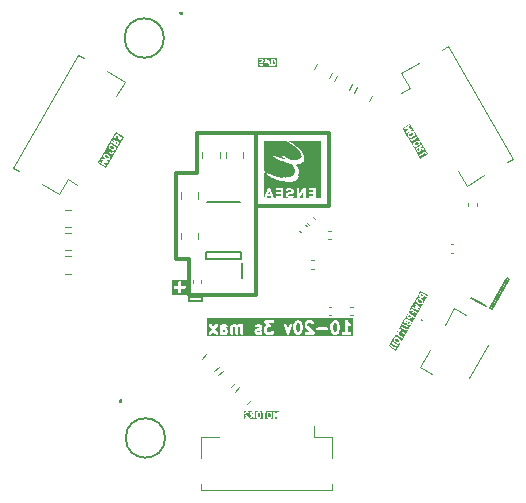
<source format=gbr>
%TF.GenerationSoftware,KiCad,Pcbnew,9.0.3*%
%TF.CreationDate,2025-09-26T09:37:04+02:00*%
%TF.ProjectId,PCB_PAPI,5043425f-5041-4504-992e-6b696361645f,rev?*%
%TF.SameCoordinates,Original*%
%TF.FileFunction,Legend,Bot*%
%TF.FilePolarity,Positive*%
%FSLAX46Y46*%
G04 Gerber Fmt 4.6, Leading zero omitted, Abs format (unit mm)*
G04 Created by KiCad (PCBNEW 9.0.3) date 2025-09-26 09:37:04*
%MOMM*%
%LPD*%
G01*
G04 APERTURE LIST*
%ADD10C,0.300000*%
%ADD11C,0.200000*%
%ADD12C,0.125000*%
%ADD13C,0.250000*%
%ADD14C,0.000000*%
%ADD15C,0.120000*%
%ADD16C,0.100000*%
%ADD17C,0.046000*%
G04 APERTURE END LIST*
D10*
X134300000Y-80400000D02*
X128100000Y-80400000D01*
X134300000Y-74200000D02*
X134300000Y-80400000D01*
X128100000Y-74200000D02*
X134300000Y-74200000D01*
X121300000Y-84900000D02*
X122400000Y-84900000D01*
X121300000Y-77600000D02*
X121300000Y-84900000D01*
X127500000Y-74200000D02*
X123100000Y-74200000D01*
X123100000Y-77600000D02*
X121300000Y-77600000D01*
D11*
X120408682Y-100028682D02*
G75*
G02*
X117071318Y-100028682I-1668682J0D01*
G01*
X117071318Y-100028682D02*
G75*
G02*
X120408682Y-100028682I1668682J0D01*
G01*
D10*
X128100000Y-74200000D02*
X127500000Y-74200000D01*
D11*
X120310000Y-66170000D02*
G75*
G02*
X116972636Y-66170000I-1668682J0D01*
G01*
X116972636Y-66170000D02*
G75*
G02*
X120310000Y-66170000I1668682J0D01*
G01*
D10*
X128100000Y-87900000D02*
X128100000Y-74200000D01*
X122400000Y-84900000D02*
X122400000Y-87900000D01*
X122400000Y-87900000D02*
X128100000Y-87900000D01*
X123100000Y-74200000D02*
X123100000Y-77600000D01*
D12*
G36*
X141949558Y-75612690D02*
G01*
X141951256Y-75640984D01*
X141947792Y-75653912D01*
X141932173Y-75677567D01*
X141895870Y-75698526D01*
X141867576Y-75700224D01*
X141854649Y-75696760D01*
X141830995Y-75681142D01*
X141774383Y-75583089D01*
X141892946Y-75514637D01*
X141949558Y-75612690D01*
G37*
G36*
X141837331Y-74967468D02*
G01*
X141860983Y-74983085D01*
X141893849Y-75040010D01*
X141895547Y-75068303D01*
X141885223Y-75106831D01*
X141832626Y-75157688D01*
X141701617Y-75233328D01*
X141631273Y-75253451D01*
X141592742Y-75243126D01*
X141569089Y-75227509D01*
X141536225Y-75170588D01*
X141534527Y-75142294D01*
X141544850Y-75103763D01*
X141597447Y-75052907D01*
X141728460Y-74977267D01*
X141798801Y-74957145D01*
X141837331Y-74967468D01*
G37*
G36*
X141384949Y-74183922D02*
G01*
X141408602Y-74199539D01*
X141441468Y-74256463D01*
X141443166Y-74284757D01*
X141432842Y-74323285D01*
X141380245Y-74374141D01*
X141249236Y-74449781D01*
X141178892Y-74469904D01*
X141140361Y-74459579D01*
X141116708Y-74443962D01*
X141083844Y-74387041D01*
X141082146Y-74358747D01*
X141092469Y-74320217D01*
X141145064Y-74269362D01*
X141276079Y-74193720D01*
X141346421Y-74173598D01*
X141384949Y-74183922D01*
G37*
G36*
X142671347Y-76011675D02*
G01*
X142021827Y-76386675D01*
X141851795Y-76092171D01*
X141936169Y-76092171D01*
X141938231Y-76098266D01*
X141936566Y-76104481D01*
X141945665Y-76120241D01*
X141951498Y-76137483D01*
X141957265Y-76140335D01*
X141960484Y-76145909D01*
X141978065Y-76150619D01*
X141994378Y-76158686D01*
X142000473Y-76156623D01*
X142006688Y-76158289D01*
X142029781Y-76150451D01*
X142408667Y-75931700D01*
X142448847Y-76001292D01*
X142464926Y-76019627D01*
X142511131Y-76032007D01*
X142552558Y-76008089D01*
X142564938Y-75961885D01*
X142557100Y-75938792D01*
X142414242Y-75691356D01*
X142398162Y-75673021D01*
X142351957Y-75660641D01*
X142310530Y-75684559D01*
X142298150Y-75730764D01*
X142305988Y-75753856D01*
X142346167Y-75823447D01*
X142115574Y-75956580D01*
X142116398Y-75950579D01*
X142113209Y-75897434D01*
X142107027Y-75873844D01*
X142071237Y-75842107D01*
X142023487Y-75844972D01*
X141991750Y-75880762D01*
X141988433Y-75904922D01*
X141991014Y-75947942D01*
X141977811Y-75997220D01*
X141942506Y-76068622D01*
X141936169Y-76092171D01*
X141851795Y-76092171D01*
X141549379Y-75568371D01*
X141627042Y-75568371D01*
X141634881Y-75591463D01*
X141730119Y-75756420D01*
X141732183Y-75758774D01*
X141732471Y-75760177D01*
X141739591Y-75767220D01*
X141746199Y-75774754D01*
X141747582Y-75775124D01*
X141749809Y-75777327D01*
X141794238Y-75806662D01*
X141803515Y-75810445D01*
X141812498Y-75814875D01*
X141845022Y-75823590D01*
X141855017Y-75824245D01*
X141864944Y-75825608D01*
X141918088Y-75822418D01*
X141921116Y-75821624D01*
X141922500Y-75821995D01*
X141931986Y-75818775D01*
X141941678Y-75816235D01*
X141942628Y-75815163D01*
X141945593Y-75814157D01*
X142007451Y-75778443D01*
X142009804Y-75776378D01*
X142011210Y-75776091D01*
X142018259Y-75768963D01*
X142025786Y-75762363D01*
X142026156Y-75760979D01*
X142028359Y-75758753D01*
X142057694Y-75714323D01*
X142061476Y-75705047D01*
X142065907Y-75696063D01*
X142074622Y-75663539D01*
X142075277Y-75653544D01*
X142076640Y-75643617D01*
X142074246Y-75603735D01*
X142259438Y-75619912D01*
X142283679Y-75617253D01*
X142320318Y-75586501D01*
X142324481Y-75538846D01*
X142293728Y-75502207D01*
X142270315Y-75495386D01*
X142013204Y-75472927D01*
X142001200Y-75452137D01*
X142153270Y-75364340D01*
X142171604Y-75348260D01*
X142183985Y-75302056D01*
X142160067Y-75260629D01*
X142113862Y-75248248D01*
X142090770Y-75256087D01*
X141657757Y-75506086D01*
X141639422Y-75522166D01*
X141627441Y-75566883D01*
X141627042Y-75568371D01*
X141549379Y-75568371D01*
X141301862Y-75139659D01*
X141409144Y-75139659D01*
X141412333Y-75192803D01*
X141413126Y-75195832D01*
X141412756Y-75197217D01*
X141415973Y-75206695D01*
X141418515Y-75216393D01*
X141419588Y-75217345D01*
X141420595Y-75220309D01*
X141468215Y-75302788D01*
X141470278Y-75305141D01*
X141470566Y-75306546D01*
X141477689Y-75313591D01*
X141484294Y-75321123D01*
X141485678Y-75321494D01*
X141487904Y-75323695D01*
X141532333Y-75353029D01*
X141541611Y-75356812D01*
X141550594Y-75361242D01*
X141615643Y-75378672D01*
X141622397Y-75379114D01*
X141624704Y-75380395D01*
X141632334Y-75379766D01*
X141639977Y-75380267D01*
X141642261Y-75378948D01*
X141649008Y-75378392D01*
X141743391Y-75351393D01*
X141750202Y-75347889D01*
X141757452Y-75345429D01*
X141901790Y-75262095D01*
X141907547Y-75257045D01*
X141913984Y-75252900D01*
X141984557Y-75184662D01*
X141988412Y-75179097D01*
X141990697Y-75177778D01*
X141994084Y-75170909D01*
X141998445Y-75164615D01*
X141998489Y-75161977D01*
X142001483Y-75155907D01*
X142018913Y-75090858D01*
X142019567Y-75080865D01*
X142020931Y-75070937D01*
X142017741Y-75017793D01*
X142016947Y-75014764D01*
X142017318Y-75013380D01*
X142014098Y-75003896D01*
X142011558Y-74994203D01*
X142010485Y-74993251D01*
X142009479Y-74990288D01*
X141961861Y-74907809D01*
X141959797Y-74905455D01*
X141959510Y-74904052D01*
X141952388Y-74897008D01*
X141945781Y-74889474D01*
X141944396Y-74889102D01*
X141942171Y-74886902D01*
X141897742Y-74857567D01*
X141888467Y-74853784D01*
X141879480Y-74849353D01*
X141814431Y-74831924D01*
X141807675Y-74831481D01*
X141805371Y-74830202D01*
X141797741Y-74830830D01*
X141790097Y-74830330D01*
X141787812Y-74831649D01*
X141781067Y-74832205D01*
X141686684Y-74859204D01*
X141679875Y-74862705D01*
X141672623Y-74865167D01*
X141528285Y-74948500D01*
X141522527Y-74953549D01*
X141516090Y-74957696D01*
X141445516Y-75025935D01*
X141441660Y-75031499D01*
X141439376Y-75032819D01*
X141435988Y-75039687D01*
X141431629Y-75045981D01*
X141431584Y-75048618D01*
X141428590Y-75054691D01*
X141411161Y-75119740D01*
X141410506Y-75129738D01*
X141409144Y-75139659D01*
X141301862Y-75139659D01*
X141061283Y-74722964D01*
X141138947Y-74722964D01*
X141146785Y-74746057D01*
X141289642Y-74993493D01*
X141305722Y-75011827D01*
X141351926Y-75024208D01*
X141393353Y-75000290D01*
X141405734Y-74954085D01*
X141397895Y-74930993D01*
X141357717Y-74861402D01*
X141736603Y-74642652D01*
X141754937Y-74626572D01*
X141767318Y-74580368D01*
X141743400Y-74538941D01*
X141697195Y-74526560D01*
X141674103Y-74534399D01*
X141295217Y-74753148D01*
X141255039Y-74683557D01*
X141238959Y-74665222D01*
X141192755Y-74652842D01*
X141151327Y-74676760D01*
X141138947Y-74722964D01*
X141061283Y-74722964D01*
X140849481Y-74356112D01*
X140956763Y-74356112D01*
X140959952Y-74409256D01*
X140960745Y-74412285D01*
X140960375Y-74413670D01*
X140963592Y-74423148D01*
X140966134Y-74432846D01*
X140967207Y-74433798D01*
X140968214Y-74436762D01*
X141015834Y-74519241D01*
X141017897Y-74521594D01*
X141018185Y-74522999D01*
X141025308Y-74530044D01*
X141031913Y-74537576D01*
X141033297Y-74537947D01*
X141035523Y-74540148D01*
X141079952Y-74569482D01*
X141089230Y-74573265D01*
X141098213Y-74577695D01*
X141163262Y-74595125D01*
X141170016Y-74595567D01*
X141172323Y-74596848D01*
X141179953Y-74596219D01*
X141187596Y-74596720D01*
X141189880Y-74595401D01*
X141196627Y-74594845D01*
X141291010Y-74567846D01*
X141297821Y-74564342D01*
X141305071Y-74561882D01*
X141449409Y-74478548D01*
X141455164Y-74473499D01*
X141461602Y-74469354D01*
X141532176Y-74401115D01*
X141536030Y-74395551D01*
X141538316Y-74394232D01*
X141541703Y-74387363D01*
X141546064Y-74381069D01*
X141546108Y-74378430D01*
X141549102Y-74372360D01*
X141566532Y-74307311D01*
X141567186Y-74297318D01*
X141568550Y-74287390D01*
X141565360Y-74234246D01*
X141564566Y-74231217D01*
X141564937Y-74229833D01*
X141561717Y-74220349D01*
X141559177Y-74210656D01*
X141558104Y-74209704D01*
X141557098Y-74206741D01*
X141509480Y-74124262D01*
X141507415Y-74121907D01*
X141507128Y-74120504D01*
X141500010Y-74113464D01*
X141493400Y-74105927D01*
X141492014Y-74105555D01*
X141489789Y-74103355D01*
X141445361Y-74074021D01*
X141436085Y-74070238D01*
X141427101Y-74065808D01*
X141362051Y-74048378D01*
X141355296Y-74047935D01*
X141352990Y-74046655D01*
X141345359Y-74047283D01*
X141337717Y-74046783D01*
X141335432Y-74048101D01*
X141328686Y-74048658D01*
X141234303Y-74075657D01*
X141227491Y-74079160D01*
X141220242Y-74081621D01*
X141075904Y-74164954D01*
X141070146Y-74170003D01*
X141063710Y-74174149D01*
X140993136Y-74242387D01*
X140989280Y-74247952D01*
X140986995Y-74249272D01*
X140983607Y-74256141D01*
X140979248Y-74262434D01*
X140979203Y-74265071D01*
X140976209Y-74271144D01*
X140958780Y-74336193D01*
X140958125Y-74346191D01*
X140956763Y-74356112D01*
X140849481Y-74356112D01*
X140549378Y-73836318D01*
X140627042Y-73836318D01*
X140632596Y-73845938D01*
X140633561Y-73857004D01*
X140644087Y-73865841D01*
X140650960Y-73877746D01*
X140661689Y-73880620D01*
X140670195Y-73887762D01*
X140694436Y-73890425D01*
X140953641Y-73867825D01*
X140804466Y-74081004D01*
X140794652Y-74103328D01*
X140796583Y-74114264D01*
X140793709Y-74124994D01*
X140800581Y-74136897D01*
X140802972Y-74150433D01*
X140812072Y-74156801D01*
X140817627Y-74166422D01*
X140830905Y-74169979D01*
X140842165Y-74177859D01*
X140853101Y-74175927D01*
X140863831Y-74178802D01*
X140886924Y-74170964D01*
X141319936Y-73920964D01*
X141338270Y-73904884D01*
X141350651Y-73858680D01*
X141326733Y-73817253D01*
X141280528Y-73804872D01*
X141257436Y-73812711D01*
X141068402Y-73921849D01*
X141132842Y-73829762D01*
X141139323Y-73815018D01*
X141141237Y-73812740D01*
X141141086Y-73811009D01*
X141142657Y-73807437D01*
X141138939Y-73786390D01*
X141137082Y-73765085D01*
X141134844Y-73763206D01*
X141134337Y-73760332D01*
X141116828Y-73748080D01*
X141100448Y-73734327D01*
X141096565Y-73733900D01*
X141095144Y-73732906D01*
X141092217Y-73733422D01*
X141076207Y-73731664D01*
X140964236Y-73741426D01*
X141153270Y-73632288D01*
X141171604Y-73616208D01*
X141183985Y-73570004D01*
X141160067Y-73528577D01*
X141113862Y-73516196D01*
X141090770Y-73524035D01*
X140657757Y-73774034D01*
X140639422Y-73790114D01*
X140636547Y-73800843D01*
X140629406Y-73809349D01*
X140630599Y-73823040D01*
X140627042Y-73836318D01*
X140549378Y-73836318D01*
X140518253Y-73782408D01*
X141167773Y-73407407D01*
X142671347Y-76011675D01*
G37*
G36*
X129625617Y-68046127D02*
G01*
X129655632Y-68076142D01*
X129671836Y-68108550D01*
X129692116Y-68189669D01*
X129692116Y-68245710D01*
X129671836Y-68326829D01*
X129655632Y-68359237D01*
X129625617Y-68389252D01*
X129577806Y-68405190D01*
X129531402Y-68405190D01*
X129531402Y-68030190D01*
X129577806Y-68030190D01*
X129625617Y-68046127D01*
G37*
G36*
X129879616Y-68592690D02*
G01*
X128272474Y-68592690D01*
X128272474Y-68324833D01*
X128334974Y-68324833D01*
X128334974Y-68372452D01*
X128335584Y-68375521D01*
X128335131Y-68376882D01*
X128337778Y-68386548D01*
X128339732Y-68396370D01*
X128340745Y-68397383D01*
X128341572Y-68400402D01*
X128365381Y-68448021D01*
X128371523Y-68455935D01*
X128377090Y-68464266D01*
X128400900Y-68488075D01*
X128409233Y-68493642D01*
X128417142Y-68499781D01*
X128464761Y-68523592D01*
X128467780Y-68524418D01*
X128468794Y-68525432D01*
X128478619Y-68527386D01*
X128488281Y-68530032D01*
X128489640Y-68529578D01*
X128492712Y-68530190D01*
X128611759Y-68530190D01*
X128621584Y-68528235D01*
X128631523Y-68526983D01*
X128702953Y-68503173D01*
X128724139Y-68491095D01*
X128730895Y-68477583D01*
X128788142Y-68477583D01*
X128813212Y-68518322D01*
X128859747Y-68529402D01*
X128900486Y-68504332D01*
X128910654Y-68482166D01*
X128972331Y-68223119D01*
X129003750Y-68340937D01*
X129014510Y-68362821D01*
X129021883Y-68367089D01*
X129026152Y-68374463D01*
X129041848Y-68378648D01*
X129055907Y-68386788D01*
X129064139Y-68384592D01*
X129072372Y-68386788D01*
X129086433Y-68378647D01*
X129102128Y-68374462D01*
X129106395Y-68367090D01*
X129113770Y-68362821D01*
X129124530Y-68340937D01*
X129155948Y-68223119D01*
X129217626Y-68482166D01*
X129227794Y-68504332D01*
X129268533Y-68529402D01*
X129315068Y-68518322D01*
X129340138Y-68477583D01*
X129339226Y-68453214D01*
X129223625Y-67967690D01*
X129406402Y-67967690D01*
X129406402Y-68467690D01*
X129411160Y-68491608D01*
X129444984Y-68525432D01*
X129468902Y-68530190D01*
X129587950Y-68530190D01*
X129597773Y-68528235D01*
X129607715Y-68526983D01*
X129679143Y-68503173D01*
X129681864Y-68501622D01*
X129683295Y-68501622D01*
X129691617Y-68496061D01*
X129700329Y-68491095D01*
X129700970Y-68489812D01*
X129703572Y-68488074D01*
X129751191Y-68440455D01*
X129756757Y-68432123D01*
X129762898Y-68424212D01*
X129786709Y-68376593D01*
X129788517Y-68369988D01*
X129791441Y-68363800D01*
X129815250Y-68268562D01*
X129815622Y-68260913D01*
X129817116Y-68253404D01*
X129817116Y-68181976D01*
X129815622Y-68174466D01*
X129815250Y-68166818D01*
X129791441Y-68071580D01*
X129788517Y-68065391D01*
X129786709Y-68058787D01*
X129762898Y-68011168D01*
X129756757Y-68003256D01*
X129751191Y-67994925D01*
X129703572Y-67947306D01*
X129700970Y-67945567D01*
X129700329Y-67944285D01*
X129691617Y-67939318D01*
X129683295Y-67933758D01*
X129681864Y-67933758D01*
X129679143Y-67932207D01*
X129607715Y-67908397D01*
X129597773Y-67907144D01*
X129587950Y-67905190D01*
X129468902Y-67905190D01*
X129444984Y-67909948D01*
X129411160Y-67943772D01*
X129406402Y-67967690D01*
X129223625Y-67967690D01*
X129220178Y-67953214D01*
X129210010Y-67931048D01*
X129202048Y-67926148D01*
X129197366Y-67918061D01*
X129182436Y-67914079D01*
X129169271Y-67905978D01*
X129160176Y-67908143D01*
X129151145Y-67905735D01*
X129137770Y-67913478D01*
X129122736Y-67917058D01*
X129117837Y-67925018D01*
X129109748Y-67929702D01*
X129098988Y-67951586D01*
X129064140Y-68082266D01*
X129029292Y-67951586D01*
X129018532Y-67929702D01*
X129010443Y-67925018D01*
X129005544Y-67917058D01*
X128990508Y-67913478D01*
X128977134Y-67905735D01*
X128968102Y-67908143D01*
X128959009Y-67905978D01*
X128945846Y-67914078D01*
X128930914Y-67918060D01*
X128926230Y-67926148D01*
X128918270Y-67931048D01*
X128908102Y-67953214D01*
X128789054Y-68453214D01*
X128788142Y-68477583D01*
X128730895Y-68477583D01*
X128745531Y-68448311D01*
X128730403Y-68402930D01*
X128687619Y-68381538D01*
X128663424Y-68384587D01*
X128601616Y-68405190D01*
X128507465Y-68405190D01*
X128482115Y-68392514D01*
X128472649Y-68383049D01*
X128459974Y-68357698D01*
X128459974Y-68339587D01*
X128472650Y-68314235D01*
X128482114Y-68304770D01*
X128514524Y-68288565D01*
X128603109Y-68266419D01*
X128609298Y-68263494D01*
X128615900Y-68261687D01*
X128663519Y-68237878D01*
X128671433Y-68231735D01*
X128679764Y-68226169D01*
X128703573Y-68202359D01*
X128709140Y-68194025D01*
X128715279Y-68186117D01*
X128739090Y-68138498D01*
X128739916Y-68135478D01*
X128740930Y-68134465D01*
X128742884Y-68124639D01*
X128745530Y-68114978D01*
X128745076Y-68113618D01*
X128745688Y-68110547D01*
X128745688Y-68062928D01*
X128745076Y-68059856D01*
X128745530Y-68058497D01*
X128742884Y-68048835D01*
X128740930Y-68039010D01*
X128739916Y-68037996D01*
X128739090Y-68034977D01*
X128715279Y-67987358D01*
X128709138Y-67979446D01*
X128703572Y-67971115D01*
X128679763Y-67947306D01*
X128671431Y-67941739D01*
X128663520Y-67935599D01*
X128615901Y-67911789D01*
X128612882Y-67910962D01*
X128611868Y-67909948D01*
X128602037Y-67907992D01*
X128592381Y-67905348D01*
X128591021Y-67905801D01*
X128587950Y-67905190D01*
X128468902Y-67905190D01*
X128459077Y-67907144D01*
X128449137Y-67908397D01*
X128377709Y-67932207D01*
X128356523Y-67944285D01*
X128335132Y-67987070D01*
X128350259Y-68032451D01*
X128393044Y-68053842D01*
X128417239Y-68050793D01*
X128479046Y-68030190D01*
X128573196Y-68030190D01*
X128598547Y-68042866D01*
X128608013Y-68052332D01*
X128620688Y-68077681D01*
X128620688Y-68095793D01*
X128608012Y-68121143D01*
X128598547Y-68130609D01*
X128566136Y-68146814D01*
X128477553Y-68168961D01*
X128471362Y-68171885D01*
X128464761Y-68173693D01*
X128417143Y-68197502D01*
X128409225Y-68203646D01*
X128400899Y-68209210D01*
X128377089Y-68233020D01*
X128371524Y-68241348D01*
X128365381Y-68249264D01*
X128341572Y-68296883D01*
X128340745Y-68299901D01*
X128339732Y-68300915D01*
X128337778Y-68310736D01*
X128335131Y-68320403D01*
X128335584Y-68321763D01*
X128334974Y-68324833D01*
X128272474Y-68324833D01*
X128272474Y-67842690D01*
X129879616Y-67842690D01*
X129879616Y-68592690D01*
G37*
G36*
X140042711Y-91633935D02*
G01*
X140173723Y-91709575D01*
X140226320Y-91760432D01*
X140236644Y-91798960D01*
X140234946Y-91827254D01*
X140202080Y-91884178D01*
X140178427Y-91899795D01*
X140139900Y-91910119D01*
X140069556Y-91889995D01*
X139938544Y-91814356D01*
X139885947Y-91763499D01*
X139875623Y-91724971D01*
X139877321Y-91696678D01*
X139910185Y-91639754D01*
X139933838Y-91624137D01*
X139972369Y-91613813D01*
X140042711Y-91633935D01*
G37*
G36*
X141151549Y-90239651D02*
G01*
X141094938Y-90337704D01*
X141071284Y-90353321D01*
X141058356Y-90356785D01*
X141030061Y-90355086D01*
X140993758Y-90334127D01*
X140978141Y-90310474D01*
X140975870Y-90301999D01*
X140985974Y-90252627D01*
X141032986Y-90171199D01*
X141151549Y-90239651D01*
G37*
G36*
X140924732Y-90108699D02*
G01*
X140880027Y-90186131D01*
X140856372Y-90201749D01*
X140843444Y-90205213D01*
X140815151Y-90203515D01*
X140799466Y-90194459D01*
X140783849Y-90170806D01*
X140780385Y-90157878D01*
X140782083Y-90129584D01*
X140826789Y-90052151D01*
X140924732Y-90108699D01*
G37*
G36*
X141195352Y-89687590D02*
G01*
X141138740Y-89785644D01*
X141115088Y-89801261D01*
X141102159Y-89804725D01*
X141073865Y-89803026D01*
X141037562Y-89782066D01*
X141021944Y-89758413D01*
X141018480Y-89745485D01*
X141020178Y-89717191D01*
X141076789Y-89619138D01*
X141195352Y-89687590D01*
G37*
G36*
X141959381Y-88314171D02*
G01*
X142090390Y-88389811D01*
X142142987Y-88440667D01*
X142153311Y-88479195D01*
X142151613Y-88507489D01*
X142118747Y-88564413D01*
X142095094Y-88580030D01*
X142056566Y-88590354D01*
X141986224Y-88570232D01*
X141855211Y-88494592D01*
X141802614Y-88443735D01*
X141792290Y-88405207D01*
X141793988Y-88376913D01*
X141826852Y-88319990D01*
X141850505Y-88304373D01*
X141889036Y-88294048D01*
X141959381Y-88314171D01*
G37*
G36*
X142219162Y-87914299D02*
G01*
X142162550Y-88012353D01*
X142138898Y-88027970D01*
X142125969Y-88031434D01*
X142097675Y-88029735D01*
X142061372Y-88008775D01*
X142045754Y-87985122D01*
X142042290Y-87972194D01*
X142043988Y-87943900D01*
X142100599Y-87845847D01*
X142219162Y-87914299D01*
G37*
G36*
X142681490Y-87964718D02*
G01*
X139985060Y-92635070D01*
X139335540Y-92260070D01*
X139366665Y-92206160D01*
X139444329Y-92206160D01*
X139456709Y-92252364D01*
X139475044Y-92268444D01*
X139908057Y-92518443D01*
X139931149Y-92526282D01*
X139939439Y-92524060D01*
X139947740Y-92526245D01*
X139961721Y-92518089D01*
X139977354Y-92513901D01*
X139981645Y-92506468D01*
X139989061Y-92502143D01*
X139993180Y-92486488D01*
X140001272Y-92472474D01*
X139999050Y-92464184D01*
X140001235Y-92455884D01*
X139993294Y-92432826D01*
X139821718Y-92138681D01*
X140050914Y-92271007D01*
X140074006Y-92278846D01*
X140120211Y-92266465D01*
X140144129Y-92225038D01*
X140131748Y-92178834D01*
X140113414Y-92162754D01*
X139680401Y-91912754D01*
X139657308Y-91904916D01*
X139649017Y-91907137D01*
X139640718Y-91904953D01*
X139626739Y-91913106D01*
X139611104Y-91917296D01*
X139606812Y-91924729D01*
X139599397Y-91929055D01*
X139595277Y-91944709D01*
X139587186Y-91958724D01*
X139589407Y-91967014D01*
X139587223Y-91975314D01*
X139595164Y-91998372D01*
X139766738Y-92292515D01*
X139537544Y-92160190D01*
X139514451Y-92152352D01*
X139468247Y-92164732D01*
X139444329Y-92206160D01*
X139366665Y-92206160D01*
X139642959Y-91727605D01*
X139750240Y-91727605D01*
X139751602Y-91737531D01*
X139752258Y-91747527D01*
X139769688Y-91812575D01*
X139772681Y-91818645D01*
X139772726Y-91821283D01*
X139777087Y-91827578D01*
X139780474Y-91834446D01*
X139782758Y-91835764D01*
X139786613Y-91841329D01*
X139857187Y-91909568D01*
X139863624Y-91913714D01*
X139869382Y-91918764D01*
X140013720Y-92002097D01*
X140020969Y-92004557D01*
X140027780Y-92008060D01*
X140122163Y-92035060D01*
X140128910Y-92035616D01*
X140131195Y-92036935D01*
X140138836Y-92036434D01*
X140146467Y-92037063D01*
X140148773Y-92035782D01*
X140155529Y-92035340D01*
X140220579Y-92017910D01*
X140229563Y-92013479D01*
X140238839Y-92009697D01*
X140283267Y-91980363D01*
X140285492Y-91978162D01*
X140286878Y-91977791D01*
X140293488Y-91970253D01*
X140300606Y-91963214D01*
X140300893Y-91961810D01*
X140302958Y-91959456D01*
X140350576Y-91876977D01*
X140351582Y-91874013D01*
X140352655Y-91873062D01*
X140355195Y-91863368D01*
X140358415Y-91853885D01*
X140358044Y-91852500D01*
X140358838Y-91849472D01*
X140362028Y-91796328D01*
X140360664Y-91786399D01*
X140360010Y-91776407D01*
X140342580Y-91711358D01*
X140339586Y-91705287D01*
X140339542Y-91702649D01*
X140335180Y-91696353D01*
X140331794Y-91689486D01*
X140329509Y-91688166D01*
X140325654Y-91682602D01*
X140255081Y-91614364D01*
X140248644Y-91610218D01*
X140242886Y-91605168D01*
X140098549Y-91521835D01*
X140091296Y-91519373D01*
X140084488Y-91515872D01*
X139990104Y-91488873D01*
X139983358Y-91488317D01*
X139981074Y-91486998D01*
X139973431Y-91487498D01*
X139965800Y-91486870D01*
X139963493Y-91488150D01*
X139956739Y-91488593D01*
X139891691Y-91506021D01*
X139882703Y-91510452D01*
X139873429Y-91514235D01*
X139829000Y-91543570D01*
X139826773Y-91545772D01*
X139825390Y-91546143D01*
X139818782Y-91553676D01*
X139811662Y-91560720D01*
X139811374Y-91562122D01*
X139809310Y-91564477D01*
X139761691Y-91646956D01*
X139760684Y-91649920D01*
X139759613Y-91650871D01*
X139757072Y-91660562D01*
X139753853Y-91670049D01*
X139754223Y-91671432D01*
X139753430Y-91674461D01*
X139750240Y-91727605D01*
X139642959Y-91727605D01*
X139854761Y-91360753D01*
X139932424Y-91360753D01*
X139944804Y-91406958D01*
X139986231Y-91430876D01*
X140032436Y-91418496D01*
X140048516Y-91400161D01*
X140088694Y-91330569D01*
X140467581Y-91549319D01*
X140490673Y-91557158D01*
X140536878Y-91544777D01*
X140560796Y-91503350D01*
X140548415Y-91457146D01*
X140530081Y-91441066D01*
X140151195Y-91222316D01*
X140191374Y-91152725D01*
X140199212Y-91129632D01*
X140190537Y-91097256D01*
X140222912Y-91088582D01*
X140238992Y-91070247D01*
X140279170Y-91000655D01*
X140658057Y-91219405D01*
X140681149Y-91227244D01*
X140727354Y-91214863D01*
X140751272Y-91173436D01*
X140738891Y-91127232D01*
X140720557Y-91111152D01*
X140341671Y-90892402D01*
X140381850Y-90822811D01*
X140389688Y-90799718D01*
X140377308Y-90753514D01*
X140335881Y-90729596D01*
X140289676Y-90741976D01*
X140273597Y-90760311D01*
X140130738Y-91007747D01*
X140122900Y-91030839D01*
X140131574Y-91063215D01*
X140099200Y-91071890D01*
X140083121Y-91090225D01*
X139940262Y-91337661D01*
X139932424Y-91360753D01*
X139854761Y-91360753D01*
X140271427Y-90639066D01*
X140349091Y-90639066D01*
X140361471Y-90685270D01*
X140379806Y-90701350D01*
X140730340Y-90903731D01*
X140733304Y-90904737D01*
X140734255Y-90905809D01*
X140743946Y-90908349D01*
X140753433Y-90911569D01*
X140754816Y-90911198D01*
X140757845Y-90911992D01*
X140810989Y-90915182D01*
X140820917Y-90913818D01*
X140830910Y-90913164D01*
X140863435Y-90904449D01*
X140872414Y-90900020D01*
X140881696Y-90896236D01*
X140926124Y-90866902D01*
X140928349Y-90864701D01*
X140929735Y-90864330D01*
X140936345Y-90856792D01*
X140943463Y-90849753D01*
X140943750Y-90848349D01*
X140945815Y-90845995D01*
X140993433Y-90763516D01*
X140994439Y-90760552D01*
X140995512Y-90759601D01*
X140998052Y-90749907D01*
X141001272Y-90740424D01*
X141000901Y-90739039D01*
X141001695Y-90736011D01*
X141004885Y-90682867D01*
X141003521Y-90672938D01*
X141002867Y-90662946D01*
X140994152Y-90630421D01*
X140989723Y-90621440D01*
X140985939Y-90612160D01*
X140956604Y-90567731D01*
X140954403Y-90565505D01*
X140954032Y-90564121D01*
X140946493Y-90557509D01*
X140939454Y-90550393D01*
X140938051Y-90550106D01*
X140935697Y-90548041D01*
X140585163Y-90345660D01*
X140562070Y-90337822D01*
X140515866Y-90350202D01*
X140491948Y-90391630D01*
X140504328Y-90437834D01*
X140522663Y-90453914D01*
X140860419Y-90648918D01*
X140876037Y-90672571D01*
X140879501Y-90685499D01*
X140877803Y-90713793D01*
X140844937Y-90770717D01*
X140821284Y-90786334D01*
X140808356Y-90789798D01*
X140780062Y-90788100D01*
X140442306Y-90593096D01*
X140419213Y-90585258D01*
X140373009Y-90597638D01*
X140349091Y-90639066D01*
X140271427Y-90639066D01*
X140547721Y-90160511D01*
X140655002Y-90160511D01*
X140656364Y-90170438D01*
X140657020Y-90180432D01*
X140665735Y-90212957D01*
X140670162Y-90221934D01*
X140673948Y-90231218D01*
X140703283Y-90275647D01*
X140705485Y-90277873D01*
X140705856Y-90279257D01*
X140713385Y-90285860D01*
X140720433Y-90292986D01*
X140721837Y-90293273D01*
X140724190Y-90295337D01*
X140765430Y-90319146D01*
X140768393Y-90320151D01*
X140769344Y-90321224D01*
X140779037Y-90323764D01*
X140788522Y-90326984D01*
X140789905Y-90326613D01*
X140792934Y-90327407D01*
X140846078Y-90330597D01*
X140853839Y-90329531D01*
X140860027Y-90352624D01*
X140864456Y-90361606D01*
X140868240Y-90370885D01*
X140897574Y-90415313D01*
X140899775Y-90417539D01*
X140900147Y-90418924D01*
X140907679Y-90425530D01*
X140914723Y-90432652D01*
X140916126Y-90432939D01*
X140918481Y-90435004D01*
X140980340Y-90470717D01*
X140983303Y-90471723D01*
X140984255Y-90472796D01*
X140993948Y-90475336D01*
X141003432Y-90478556D01*
X141004816Y-90478185D01*
X141007845Y-90478979D01*
X141060989Y-90482169D01*
X141070917Y-90480805D01*
X141080910Y-90480151D01*
X141113435Y-90471436D01*
X141122414Y-90467007D01*
X141131696Y-90463223D01*
X141176124Y-90433889D01*
X141178349Y-90431688D01*
X141179735Y-90431317D01*
X141186345Y-90423779D01*
X141193463Y-90416740D01*
X141193750Y-90415336D01*
X141195815Y-90412982D01*
X141291053Y-90248025D01*
X141298891Y-90224932D01*
X141286511Y-90178728D01*
X141286508Y-90178726D01*
X141268176Y-90162648D01*
X140835163Y-89912648D01*
X140812070Y-89904810D01*
X140765866Y-89917190D01*
X140749786Y-89935525D01*
X140666453Y-90079862D01*
X140665446Y-90082826D01*
X140664375Y-90083777D01*
X140661834Y-90093468D01*
X140658615Y-90102955D01*
X140658985Y-90104338D01*
X140658192Y-90107367D01*
X140655002Y-90160511D01*
X140547721Y-90160511D01*
X140785816Y-89748118D01*
X140893097Y-89748118D01*
X140894459Y-89758045D01*
X140895115Y-89768039D01*
X140903830Y-89800564D01*
X140908257Y-89809541D01*
X140912043Y-89818825D01*
X140941378Y-89863254D01*
X140943580Y-89865480D01*
X140943951Y-89866864D01*
X140951480Y-89873467D01*
X140958528Y-89880593D01*
X140959932Y-89880880D01*
X140962285Y-89882944D01*
X141024144Y-89918657D01*
X141027107Y-89919663D01*
X141028059Y-89920736D01*
X141037752Y-89923276D01*
X141047236Y-89926496D01*
X141048620Y-89926125D01*
X141051649Y-89926919D01*
X141104793Y-89930109D01*
X141114720Y-89928746D01*
X141124715Y-89928091D01*
X141157238Y-89919376D01*
X141166220Y-89914946D01*
X141175499Y-89911163D01*
X141208840Y-89889149D01*
X141287428Y-90057619D01*
X141301852Y-90077284D01*
X141346803Y-90093638D01*
X141390155Y-90073415D01*
X141406509Y-90028464D01*
X141400710Y-90004776D01*
X141291603Y-89770880D01*
X141303606Y-89750090D01*
X141455676Y-89837888D01*
X141478768Y-89845727D01*
X141524973Y-89833346D01*
X141548891Y-89791919D01*
X141536510Y-89745715D01*
X141518176Y-89729635D01*
X141085163Y-89479635D01*
X141062070Y-89471797D01*
X141015866Y-89484177D01*
X140999786Y-89502512D01*
X140904548Y-89667469D01*
X140903541Y-89670433D01*
X140902470Y-89671384D01*
X140899929Y-89681075D01*
X140896710Y-89690562D01*
X140897080Y-89691945D01*
X140896287Y-89694974D01*
X140893097Y-89748118D01*
X140785816Y-89748118D01*
X141021427Y-89340028D01*
X141099091Y-89340028D01*
X141111471Y-89386232D01*
X141152899Y-89410150D01*
X141199103Y-89397770D01*
X141215183Y-89379435D01*
X141302980Y-89227364D01*
X141400923Y-89283911D01*
X141348840Y-89374124D01*
X141341002Y-89397217D01*
X141353383Y-89443421D01*
X141394810Y-89467339D01*
X141441014Y-89454958D01*
X141457094Y-89436624D01*
X141509177Y-89346412D01*
X141627740Y-89414864D01*
X141539942Y-89566935D01*
X141532104Y-89590028D01*
X141544484Y-89636232D01*
X141585912Y-89660150D01*
X141632116Y-89647770D01*
X141648196Y-89629435D01*
X141767244Y-89423238D01*
X141775082Y-89400145D01*
X141762702Y-89353941D01*
X141762699Y-89353939D01*
X141744367Y-89337861D01*
X141311354Y-89087861D01*
X141288263Y-89080023D01*
X141288262Y-89080023D01*
X141288261Y-89080023D01*
X141242057Y-89092403D01*
X141225978Y-89110738D01*
X141106929Y-89316935D01*
X141099091Y-89340028D01*
X141021427Y-89340028D01*
X141227299Y-88983448D01*
X141313173Y-88983448D01*
X141335918Y-89025528D01*
X141357479Y-89036924D01*
X141850016Y-89183826D01*
X141874296Y-89186103D01*
X141882520Y-89181657D01*
X141891865Y-89181646D01*
X141902776Y-89170708D01*
X141916377Y-89163357D01*
X141919049Y-89154397D01*
X141925650Y-89147781D01*
X141925631Y-89132328D01*
X141930049Y-89117516D01*
X141925603Y-89109291D01*
X141925592Y-89099946D01*
X141912020Y-89079686D01*
X141816269Y-88984164D01*
X141946869Y-89019326D01*
X141971201Y-89020950D01*
X141979301Y-89016286D01*
X141988645Y-89016024D01*
X141999263Y-89004792D01*
X142012655Y-88997082D01*
X142015084Y-88988057D01*
X142021508Y-88981263D01*
X142021074Y-88965810D01*
X142025091Y-88950891D01*
X142020428Y-88942792D01*
X142020166Y-88933447D01*
X142006054Y-88913559D01*
X141632565Y-88560460D01*
X141611916Y-88547486D01*
X141564100Y-88548828D01*
X141531237Y-88583589D01*
X141532579Y-88631405D01*
X141546691Y-88651294D01*
X141740193Y-88834231D01*
X141622451Y-88802532D01*
X141598119Y-88800908D01*
X141590735Y-88805158D01*
X141582217Y-88805169D01*
X141570744Y-88816669D01*
X141556664Y-88824776D01*
X141554448Y-88833003D01*
X141548432Y-88839035D01*
X141548451Y-88855280D01*
X141544228Y-88870967D01*
X141548478Y-88878350D01*
X141548489Y-88886869D01*
X141562062Y-88907130D01*
X141648385Y-88993246D01*
X141393205Y-88917138D01*
X141368925Y-88914862D01*
X141326845Y-88937607D01*
X141313173Y-88983448D01*
X141227299Y-88983448D01*
X141559626Y-88407840D01*
X141666907Y-88407840D01*
X141668269Y-88417767D01*
X141668925Y-88427761D01*
X141686355Y-88492811D01*
X141689348Y-88498881D01*
X141689393Y-88501519D01*
X141693754Y-88507814D01*
X141697141Y-88514682D01*
X141699425Y-88516000D01*
X141703280Y-88521565D01*
X141773854Y-88589804D01*
X141780291Y-88593950D01*
X141786049Y-88599000D01*
X141930387Y-88682333D01*
X141937639Y-88684794D01*
X141944448Y-88688296D01*
X142038831Y-88715295D01*
X142045577Y-88715851D01*
X142047862Y-88717170D01*
X142055504Y-88716669D01*
X142063135Y-88717298D01*
X142065441Y-88716017D01*
X142072196Y-88715575D01*
X142137246Y-88698145D01*
X142146230Y-88693714D01*
X142155506Y-88689932D01*
X142199934Y-88660598D01*
X142202159Y-88658397D01*
X142203545Y-88658026D01*
X142210155Y-88650488D01*
X142217273Y-88643449D01*
X142217560Y-88642045D01*
X142219625Y-88639691D01*
X142267243Y-88557212D01*
X142268249Y-88554248D01*
X142269322Y-88553297D01*
X142271862Y-88543603D01*
X142275082Y-88534120D01*
X142274711Y-88532735D01*
X142275505Y-88529707D01*
X142278695Y-88476563D01*
X142277331Y-88466634D01*
X142276677Y-88456642D01*
X142259247Y-88391593D01*
X142256253Y-88385522D01*
X142256209Y-88382884D01*
X142251848Y-88376589D01*
X142248461Y-88369721D01*
X142246175Y-88368401D01*
X142242321Y-88362838D01*
X142171747Y-88294599D01*
X142165309Y-88290453D01*
X142159554Y-88285405D01*
X142015216Y-88202071D01*
X142007966Y-88199610D01*
X142001155Y-88196107D01*
X141906771Y-88169108D01*
X141900024Y-88168551D01*
X141897740Y-88167233D01*
X141890097Y-88167733D01*
X141882467Y-88167105D01*
X141880160Y-88168385D01*
X141873406Y-88168828D01*
X141808357Y-88186258D01*
X141799374Y-88190687D01*
X141790096Y-88194471D01*
X141745667Y-88223805D01*
X141743440Y-88226007D01*
X141742057Y-88226378D01*
X141735453Y-88233907D01*
X141728329Y-88240954D01*
X141728041Y-88242357D01*
X141725977Y-88244712D01*
X141678358Y-88327191D01*
X141677351Y-88330155D01*
X141676280Y-88331106D01*
X141673739Y-88340797D01*
X141670520Y-88350284D01*
X141670890Y-88351667D01*
X141670097Y-88354696D01*
X141666907Y-88407840D01*
X141559626Y-88407840D01*
X141809626Y-87974827D01*
X141916907Y-87974827D01*
X141918269Y-87984754D01*
X141918925Y-87994748D01*
X141927640Y-88027273D01*
X141932067Y-88036250D01*
X141935853Y-88045534D01*
X141965188Y-88089963D01*
X141967390Y-88092189D01*
X141967761Y-88093573D01*
X141975290Y-88100176D01*
X141982338Y-88107302D01*
X141983742Y-88107589D01*
X141986095Y-88109653D01*
X142047954Y-88145366D01*
X142050917Y-88146372D01*
X142051869Y-88147445D01*
X142061562Y-88149985D01*
X142071046Y-88153205D01*
X142072430Y-88152834D01*
X142075459Y-88153628D01*
X142128603Y-88156818D01*
X142138530Y-88155455D01*
X142148525Y-88154800D01*
X142181048Y-88146085D01*
X142190030Y-88141655D01*
X142199309Y-88137872D01*
X142243737Y-88108538D01*
X142245962Y-88106337D01*
X142247348Y-88105966D01*
X142253958Y-88098428D01*
X142261076Y-88091389D01*
X142261363Y-88089985D01*
X142263428Y-88087631D01*
X142327416Y-87976799D01*
X142479486Y-88064597D01*
X142502578Y-88072436D01*
X142548783Y-88060055D01*
X142572701Y-88018628D01*
X142560320Y-87972424D01*
X142541986Y-87956344D01*
X142108973Y-87706344D01*
X142085880Y-87698506D01*
X142039676Y-87710886D01*
X142023596Y-87729221D01*
X141928358Y-87894178D01*
X141927351Y-87897142D01*
X141926280Y-87898093D01*
X141923739Y-87907784D01*
X141920520Y-87917271D01*
X141920890Y-87918654D01*
X141920097Y-87921683D01*
X141916907Y-87974827D01*
X141809626Y-87974827D01*
X142031970Y-87589717D01*
X142681490Y-87964718D01*
G37*
G36*
X128397884Y-97907485D02*
G01*
X128426089Y-97935690D01*
X128443834Y-98006669D01*
X128443834Y-98157948D01*
X128426089Y-98228926D01*
X128397882Y-98257134D01*
X128372533Y-98269809D01*
X128306803Y-98269809D01*
X128281454Y-98257134D01*
X128253246Y-98228926D01*
X128235501Y-98157946D01*
X128235501Y-98006671D01*
X128253246Y-97935690D01*
X128281453Y-97907483D01*
X128306802Y-97894809D01*
X128372533Y-97894809D01*
X128397884Y-97907485D01*
G37*
G36*
X129302646Y-97907485D02*
G01*
X129330851Y-97935690D01*
X129348596Y-98006669D01*
X129348596Y-98157948D01*
X129330851Y-98228926D01*
X129302644Y-98257134D01*
X129277295Y-98269809D01*
X129211565Y-98269809D01*
X129186216Y-98257134D01*
X129158008Y-98228926D01*
X129140263Y-98157946D01*
X129140263Y-98006671D01*
X129158008Y-97935690D01*
X129186215Y-97907483D01*
X129211564Y-97894809D01*
X129277295Y-97894809D01*
X129302646Y-97907485D01*
G37*
G36*
X127896215Y-98031714D02*
G01*
X127782992Y-98031714D01*
X127757642Y-98019038D01*
X127748176Y-98009573D01*
X127735501Y-97984222D01*
X127735501Y-97942301D01*
X127748176Y-97916949D01*
X127757642Y-97907484D01*
X127782992Y-97894809D01*
X127896215Y-97894809D01*
X127896215Y-98031714D01*
G37*
G36*
X130083716Y-98457309D02*
G01*
X127071810Y-98457309D01*
X127071810Y-97927547D01*
X127134310Y-97927547D01*
X127134310Y-97975166D01*
X127136264Y-97984991D01*
X127137517Y-97994930D01*
X127161327Y-98066360D01*
X127162878Y-98069080D01*
X127162878Y-98070512D01*
X127168438Y-98078834D01*
X127173405Y-98087546D01*
X127174687Y-98088187D01*
X127176426Y-98090789D01*
X127355446Y-98269809D01*
X127196810Y-98269809D01*
X127172892Y-98274567D01*
X127139068Y-98308391D01*
X127139068Y-98356227D01*
X127172892Y-98390051D01*
X127196810Y-98394809D01*
X127506334Y-98394809D01*
X127530247Y-98390052D01*
X127530251Y-98390052D01*
X127564077Y-98356226D01*
X127564077Y-98308392D01*
X127550528Y-98288115D01*
X127275247Y-98012834D01*
X127259310Y-97965022D01*
X127259310Y-97942300D01*
X127271986Y-97916949D01*
X127281452Y-97907483D01*
X127306801Y-97894809D01*
X127396342Y-97894809D01*
X127421693Y-97907485D01*
X127438330Y-97924122D01*
X127458607Y-97937670D01*
X127506441Y-97937670D01*
X127516564Y-97927547D01*
X127610501Y-97927547D01*
X127610501Y-97998976D01*
X127611111Y-98002045D01*
X127610658Y-98003406D01*
X127613305Y-98013072D01*
X127615259Y-98022894D01*
X127616272Y-98023907D01*
X127617099Y-98026926D01*
X127640908Y-98074545D01*
X127647050Y-98082459D01*
X127652617Y-98090790D01*
X127676427Y-98114599D01*
X127684760Y-98120166D01*
X127692669Y-98126305D01*
X127728404Y-98144173D01*
X127621799Y-98296468D01*
X127611981Y-98318791D01*
X127620294Y-98365897D01*
X127659483Y-98393329D01*
X127706589Y-98385016D01*
X127724203Y-98368150D01*
X127872208Y-98156714D01*
X127896215Y-98156714D01*
X127896215Y-98332309D01*
X127900973Y-98356227D01*
X127934797Y-98390051D01*
X127982633Y-98390051D01*
X128016457Y-98356227D01*
X128021215Y-98332309D01*
X128021215Y-97998976D01*
X128110501Y-97998976D01*
X128110501Y-98165642D01*
X128111994Y-98173151D01*
X128112367Y-98180801D01*
X128136177Y-98276039D01*
X128139068Y-98282158D01*
X128139068Y-98284797D01*
X128143324Y-98291167D01*
X128146594Y-98298088D01*
X128148854Y-98299444D01*
X128152616Y-98305074D01*
X128200235Y-98352694D01*
X128208568Y-98358261D01*
X128216480Y-98364402D01*
X128264098Y-98388211D01*
X128267117Y-98389037D01*
X128268131Y-98390051D01*
X128277958Y-98392005D01*
X128287619Y-98394651D01*
X128288977Y-98394198D01*
X128292049Y-98394809D01*
X128387287Y-98394809D01*
X128390356Y-98394198D01*
X128391717Y-98394652D01*
X128401383Y-98392004D01*
X128411205Y-98390051D01*
X128412218Y-98389037D01*
X128415237Y-98388211D01*
X128462856Y-98364402D01*
X128470764Y-98358263D01*
X128479101Y-98352694D01*
X128526720Y-98305074D01*
X128530480Y-98299444D01*
X128532742Y-98298088D01*
X128536012Y-98291164D01*
X128540267Y-98284797D01*
X128540267Y-98282159D01*
X128543159Y-98276038D01*
X128566968Y-98180800D01*
X128567340Y-98173151D01*
X128568834Y-98165642D01*
X128568834Y-97998976D01*
X128567340Y-97991466D01*
X128566968Y-97983818D01*
X128543159Y-97888580D01*
X128540267Y-97882458D01*
X128540267Y-97879821D01*
X128536013Y-97873454D01*
X128532742Y-97866530D01*
X128530479Y-97865172D01*
X128526719Y-97859544D01*
X128479100Y-97811925D01*
X128473811Y-97808391D01*
X128591449Y-97808391D01*
X128591449Y-97856227D01*
X128625273Y-97890051D01*
X128649191Y-97894809D01*
X128729548Y-97894809D01*
X128729548Y-98332309D01*
X128734306Y-98356227D01*
X128768130Y-98390051D01*
X128815966Y-98390051D01*
X128849790Y-98356227D01*
X128854548Y-98332309D01*
X128854548Y-97998976D01*
X129015263Y-97998976D01*
X129015263Y-98165642D01*
X129016756Y-98173151D01*
X129017129Y-98180801D01*
X129040939Y-98276039D01*
X129043830Y-98282158D01*
X129043830Y-98284797D01*
X129048086Y-98291167D01*
X129051356Y-98298088D01*
X129053616Y-98299444D01*
X129057378Y-98305074D01*
X129104997Y-98352694D01*
X129113330Y-98358261D01*
X129121242Y-98364402D01*
X129168860Y-98388211D01*
X129171879Y-98389037D01*
X129172893Y-98390051D01*
X129182720Y-98392005D01*
X129192381Y-98394651D01*
X129193739Y-98394198D01*
X129196811Y-98394809D01*
X129292049Y-98394809D01*
X129295118Y-98394198D01*
X129296479Y-98394652D01*
X129306145Y-98392004D01*
X129315967Y-98390051D01*
X129316980Y-98389037D01*
X129319999Y-98388211D01*
X129367618Y-98364402D01*
X129375526Y-98358263D01*
X129383863Y-98352694D01*
X129431482Y-98305074D01*
X129435242Y-98299444D01*
X129437504Y-98298088D01*
X129440774Y-98291164D01*
X129445029Y-98284797D01*
X129445029Y-98282159D01*
X129447921Y-98276038D01*
X129471730Y-98180800D01*
X129472102Y-98173151D01*
X129473596Y-98165642D01*
X129473596Y-97998976D01*
X129472102Y-97991466D01*
X129471730Y-97983818D01*
X129447921Y-97888580D01*
X129445029Y-97882458D01*
X129445029Y-97879821D01*
X129440775Y-97873454D01*
X129437504Y-97866530D01*
X129435241Y-97865172D01*
X129431481Y-97859544D01*
X129404246Y-97832309D01*
X129562883Y-97832309D01*
X129562883Y-98332309D01*
X129567641Y-98356227D01*
X129601465Y-98390051D01*
X129649301Y-98390051D01*
X129683125Y-98356227D01*
X129687883Y-98332309D01*
X129687883Y-98114032D01*
X129735413Y-98215883D01*
X129744941Y-98228870D01*
X129745957Y-98231662D01*
X129747527Y-98232395D01*
X129749839Y-98235545D01*
X129769944Y-98242856D01*
X129789305Y-98251891D01*
X129792047Y-98250893D01*
X129794793Y-98251892D01*
X129814172Y-98242848D01*
X129834259Y-98235544D01*
X129836567Y-98232397D01*
X129838141Y-98231663D01*
X129839157Y-98228867D01*
X129848685Y-98215882D01*
X129896216Y-98114030D01*
X129896216Y-98332309D01*
X129900974Y-98356227D01*
X129934798Y-98390051D01*
X129982634Y-98390051D01*
X130016458Y-98356227D01*
X130021216Y-98332309D01*
X130021216Y-97832309D01*
X130016458Y-97808391D01*
X130008603Y-97800536D01*
X130004808Y-97790099D01*
X129992354Y-97784287D01*
X129982634Y-97774567D01*
X129971525Y-97774567D01*
X129961460Y-97769870D01*
X129948543Y-97774567D01*
X129934798Y-97774567D01*
X129926943Y-97782421D01*
X129916506Y-97786217D01*
X129902080Y-97805879D01*
X129792049Y-98041658D01*
X129682019Y-97805879D01*
X129667593Y-97786217D01*
X129657155Y-97782421D01*
X129649301Y-97774567D01*
X129635556Y-97774567D01*
X129622639Y-97769870D01*
X129612574Y-97774567D01*
X129601465Y-97774567D01*
X129591744Y-97784287D01*
X129579291Y-97790099D01*
X129575495Y-97800536D01*
X129567641Y-97808391D01*
X129562883Y-97832309D01*
X129404246Y-97832309D01*
X129383862Y-97811925D01*
X129375530Y-97806358D01*
X129367619Y-97800218D01*
X129320000Y-97776408D01*
X129316981Y-97775581D01*
X129315967Y-97774567D01*
X129306136Y-97772611D01*
X129296480Y-97769967D01*
X129295120Y-97770420D01*
X129292049Y-97769809D01*
X129196811Y-97769809D01*
X129193739Y-97770420D01*
X129192380Y-97769967D01*
X129182718Y-97772612D01*
X129172893Y-97774567D01*
X129171879Y-97775580D01*
X129168860Y-97776407D01*
X129121241Y-97800218D01*
X129113329Y-97806358D01*
X129104998Y-97811925D01*
X129057379Y-97859544D01*
X129053618Y-97865172D01*
X129051356Y-97866530D01*
X129048084Y-97873455D01*
X129043831Y-97879821D01*
X129043831Y-97882457D01*
X129040939Y-97888579D01*
X129017129Y-97983817D01*
X129016756Y-97991466D01*
X129015263Y-97998976D01*
X128854548Y-97998976D01*
X128854548Y-97894809D01*
X128934905Y-97894809D01*
X128958823Y-97890051D01*
X128992647Y-97856227D01*
X128992647Y-97808391D01*
X128958823Y-97774567D01*
X128934905Y-97769809D01*
X128649191Y-97769809D01*
X128625273Y-97774567D01*
X128591449Y-97808391D01*
X128473811Y-97808391D01*
X128470768Y-97806358D01*
X128462857Y-97800218D01*
X128415238Y-97776408D01*
X128412219Y-97775581D01*
X128411205Y-97774567D01*
X128401374Y-97772611D01*
X128391718Y-97769967D01*
X128390358Y-97770420D01*
X128387287Y-97769809D01*
X128292049Y-97769809D01*
X128288977Y-97770420D01*
X128287618Y-97769967D01*
X128277956Y-97772612D01*
X128268131Y-97774567D01*
X128267117Y-97775580D01*
X128264098Y-97776407D01*
X128216479Y-97800218D01*
X128208567Y-97806358D01*
X128200236Y-97811925D01*
X128152617Y-97859544D01*
X128148856Y-97865172D01*
X128146594Y-97866530D01*
X128143322Y-97873455D01*
X128139069Y-97879821D01*
X128139069Y-97882457D01*
X128136177Y-97888579D01*
X128112367Y-97983817D01*
X128111994Y-97991466D01*
X128110501Y-97998976D01*
X128021215Y-97998976D01*
X128021215Y-97832309D01*
X128016457Y-97808391D01*
X127982633Y-97774567D01*
X127958715Y-97769809D01*
X127768239Y-97769809D01*
X127765167Y-97770420D01*
X127763808Y-97769967D01*
X127754146Y-97772612D01*
X127744321Y-97774567D01*
X127743307Y-97775580D01*
X127740288Y-97776407D01*
X127692669Y-97800218D01*
X127684760Y-97806356D01*
X127676427Y-97811924D01*
X127652617Y-97835733D01*
X127647050Y-97844063D01*
X127640908Y-97851978D01*
X127617099Y-97899597D01*
X127616272Y-97902615D01*
X127615259Y-97903629D01*
X127613305Y-97913450D01*
X127610658Y-97923117D01*
X127611111Y-97924477D01*
X127610501Y-97927547D01*
X127516564Y-97927547D01*
X127540266Y-97903845D01*
X127540266Y-97856011D01*
X127526718Y-97835734D01*
X127502909Y-97811925D01*
X127494577Y-97806358D01*
X127486666Y-97800218D01*
X127439047Y-97776408D01*
X127436028Y-97775581D01*
X127435014Y-97774567D01*
X127425183Y-97772611D01*
X127415527Y-97769967D01*
X127414167Y-97770420D01*
X127411096Y-97769809D01*
X127292048Y-97769809D01*
X127288976Y-97770420D01*
X127287617Y-97769967D01*
X127277955Y-97772612D01*
X127268130Y-97774567D01*
X127267116Y-97775580D01*
X127264097Y-97776407D01*
X127216478Y-97800218D01*
X127208566Y-97806358D01*
X127200235Y-97811925D01*
X127176426Y-97835734D01*
X127170859Y-97844065D01*
X127164719Y-97851977D01*
X127140909Y-97899596D01*
X127140082Y-97902614D01*
X127139068Y-97903629D01*
X127137112Y-97913459D01*
X127134468Y-97923116D01*
X127134921Y-97924475D01*
X127134310Y-97927547D01*
X127071810Y-97927547D01*
X127071810Y-97707309D01*
X130083716Y-97707309D01*
X130083716Y-98457309D01*
G37*
G36*
X115469490Y-76087908D02*
G01*
X115600502Y-76163547D01*
X115653098Y-76214404D01*
X115663422Y-76252932D01*
X115661724Y-76281226D01*
X115628858Y-76338149D01*
X115605205Y-76353767D01*
X115566678Y-76364091D01*
X115496334Y-76343967D01*
X115365322Y-76268328D01*
X115312725Y-76217472D01*
X115302402Y-76178942D01*
X115304100Y-76150649D01*
X115336966Y-76093726D01*
X115360619Y-76078108D01*
X115399147Y-76067785D01*
X115469490Y-76087908D01*
G37*
G36*
X115921870Y-75304360D02*
G01*
X116052883Y-75380000D01*
X116105479Y-75430857D01*
X116115803Y-75469385D01*
X116114105Y-75497679D01*
X116081239Y-75554602D01*
X116057586Y-75570220D01*
X116019059Y-75580544D01*
X115948715Y-75560420D01*
X115817703Y-75484781D01*
X115765107Y-75433925D01*
X115754783Y-75395397D01*
X115756481Y-75367102D01*
X115789347Y-75310179D01*
X115812998Y-75294562D01*
X115851529Y-75284239D01*
X115921870Y-75304360D01*
G37*
G36*
X116322323Y-74958210D02*
G01*
X116358625Y-74979169D01*
X116374244Y-75002825D01*
X116377708Y-75015752D01*
X116376010Y-75044046D01*
X116319399Y-75142098D01*
X116200837Y-75073647D01*
X116257448Y-74975594D01*
X116281101Y-74959976D01*
X116294029Y-74956512D01*
X116322323Y-74958210D01*
G37*
G36*
X116893982Y-74521894D02*
G01*
X115388029Y-77130282D01*
X114738509Y-76755281D01*
X114769634Y-76701371D01*
X114847298Y-76701371D01*
X114859678Y-76747575D01*
X114878013Y-76763655D01*
X115311026Y-77013654D01*
X115334118Y-77021493D01*
X115344847Y-77018618D01*
X115355785Y-77020550D01*
X115367046Y-77012669D01*
X115380323Y-77009112D01*
X115385876Y-76999492D01*
X115394978Y-76993124D01*
X115397368Y-76979587D01*
X115404241Y-76967685D01*
X115401366Y-76956956D01*
X115403298Y-76946019D01*
X115393483Y-76923694D01*
X115244307Y-76710516D01*
X115503513Y-76733117D01*
X115527754Y-76730454D01*
X115536261Y-76723311D01*
X115546989Y-76720437D01*
X115553860Y-76708535D01*
X115564389Y-76699696D01*
X115565354Y-76688628D01*
X115570907Y-76679010D01*
X115567349Y-76665735D01*
X115568544Y-76652041D01*
X115561400Y-76643532D01*
X115558526Y-76632806D01*
X115540192Y-76616726D01*
X115107180Y-76366726D01*
X115084087Y-76358888D01*
X115037883Y-76371268D01*
X115013965Y-76412696D01*
X115026345Y-76458900D01*
X115044680Y-76474980D01*
X115233712Y-76584117D01*
X115121743Y-76574355D01*
X115105731Y-76576113D01*
X115102805Y-76575597D01*
X115101383Y-76576591D01*
X115097502Y-76577018D01*
X115081126Y-76590766D01*
X115063612Y-76603023D01*
X115063104Y-76605898D01*
X115060868Y-76607776D01*
X115059011Y-76629070D01*
X115055292Y-76650128D01*
X115056863Y-76653703D01*
X115056713Y-76655431D01*
X115058623Y-76657706D01*
X115065106Y-76672452D01*
X115129545Y-76764539D01*
X114940513Y-76655401D01*
X114917420Y-76647563D01*
X114871216Y-76659943D01*
X114847298Y-76701371D01*
X114769634Y-76701371D01*
X115069738Y-76181576D01*
X115177019Y-76181576D01*
X115178380Y-76191496D01*
X115179036Y-76201496D01*
X115196465Y-76266545D01*
X115199459Y-76272617D01*
X115199504Y-76275255D01*
X115203863Y-76281548D01*
X115207251Y-76288417D01*
X115209535Y-76289736D01*
X115213391Y-76295301D01*
X115283965Y-76363540D01*
X115290402Y-76367686D01*
X115296160Y-76372736D01*
X115440498Y-76456069D01*
X115447747Y-76458529D01*
X115454558Y-76462032D01*
X115548941Y-76489032D01*
X115555688Y-76489588D01*
X115557973Y-76490907D01*
X115565614Y-76490406D01*
X115573245Y-76491035D01*
X115575551Y-76489754D01*
X115582307Y-76489312D01*
X115647357Y-76471882D01*
X115656339Y-76467452D01*
X115665617Y-76463669D01*
X115710046Y-76434334D01*
X115712271Y-76432133D01*
X115713656Y-76431762D01*
X115720263Y-76424227D01*
X115727385Y-76417184D01*
X115727672Y-76415780D01*
X115729736Y-76413427D01*
X115777355Y-76330949D01*
X115778361Y-76327984D01*
X115779433Y-76327034D01*
X115781973Y-76317342D01*
X115785193Y-76307856D01*
X115784822Y-76306472D01*
X115785616Y-76303444D01*
X115788806Y-76250300D01*
X115787442Y-76240371D01*
X115786788Y-76230379D01*
X115769358Y-76165330D01*
X115766364Y-76159259D01*
X115766320Y-76156622D01*
X115761959Y-76150327D01*
X115758572Y-76143458D01*
X115756287Y-76142138D01*
X115752433Y-76136575D01*
X115681860Y-76068336D01*
X115675423Y-76064190D01*
X115669665Y-76059140D01*
X115525327Y-75975807D01*
X115518077Y-75973346D01*
X115511267Y-75969844D01*
X115416884Y-75942844D01*
X115410136Y-75942287D01*
X115407852Y-75940969D01*
X115400210Y-75941469D01*
X115392580Y-75940841D01*
X115390273Y-75942121D01*
X115383518Y-75942564D01*
X115318469Y-75959994D01*
X115309488Y-75964422D01*
X115300208Y-75968207D01*
X115255779Y-75997542D01*
X115253553Y-75999742D01*
X115252169Y-76000114D01*
X115245557Y-76007652D01*
X115238441Y-76014692D01*
X115238153Y-76016094D01*
X115236090Y-76018448D01*
X115188470Y-76100927D01*
X115187463Y-76103891D01*
X115186392Y-76104842D01*
X115183852Y-76114530D01*
X115180632Y-76124019D01*
X115181002Y-76125403D01*
X115180209Y-76128432D01*
X115177019Y-76181576D01*
X115069738Y-76181576D01*
X115352968Y-75691007D01*
X115430632Y-75691007D01*
X115443012Y-75737211D01*
X115461347Y-75753291D01*
X115840232Y-75972040D01*
X115800054Y-76041632D01*
X115792216Y-76064725D01*
X115804596Y-76110929D01*
X115846024Y-76134847D01*
X115892228Y-76122467D01*
X115908308Y-76104132D01*
X116051164Y-75856696D01*
X116059003Y-75833604D01*
X116046622Y-75787399D01*
X116005195Y-75763481D01*
X115958991Y-75775862D01*
X115942911Y-75794196D01*
X115902732Y-75863787D01*
X115523847Y-75645037D01*
X115500754Y-75637199D01*
X115454550Y-75649579D01*
X115430632Y-75691007D01*
X115352968Y-75691007D01*
X115522118Y-75398030D01*
X115629400Y-75398030D01*
X115630763Y-75407957D01*
X115631418Y-75417951D01*
X115648847Y-75482999D01*
X115651840Y-75489069D01*
X115651885Y-75491708D01*
X115656246Y-75498003D01*
X115659633Y-75504871D01*
X115661917Y-75506189D01*
X115665772Y-75511754D01*
X115736346Y-75579993D01*
X115742783Y-75584139D01*
X115748541Y-75589189D01*
X115892879Y-75672522D01*
X115900128Y-75674982D01*
X115906939Y-75678485D01*
X116001322Y-75705485D01*
X116008069Y-75706041D01*
X116010354Y-75707360D01*
X116017995Y-75706859D01*
X116025626Y-75707488D01*
X116027932Y-75706207D01*
X116034688Y-75705765D01*
X116099738Y-75688335D01*
X116108720Y-75683905D01*
X116117998Y-75680122D01*
X116162427Y-75650787D01*
X116164652Y-75648586D01*
X116166037Y-75648215D01*
X116172644Y-75640680D01*
X116179766Y-75633637D01*
X116180053Y-75632233D01*
X116182117Y-75629880D01*
X116229736Y-75547402D01*
X116230742Y-75544437D01*
X116231814Y-75543487D01*
X116234354Y-75533795D01*
X116237574Y-75524309D01*
X116237203Y-75522925D01*
X116237997Y-75519897D01*
X116241187Y-75466753D01*
X116239823Y-75456824D01*
X116239169Y-75446832D01*
X116221739Y-75381783D01*
X116218745Y-75375712D01*
X116218701Y-75373075D01*
X116214340Y-75366780D01*
X116210953Y-75359911D01*
X116208668Y-75358591D01*
X116204814Y-75353028D01*
X116134241Y-75284789D01*
X116127804Y-75280643D01*
X116122046Y-75275593D01*
X115977708Y-75192260D01*
X115970455Y-75189798D01*
X115963647Y-75186297D01*
X115869264Y-75159298D01*
X115862518Y-75158742D01*
X115860234Y-75157423D01*
X115852591Y-75157923D01*
X115844960Y-75157295D01*
X115842653Y-75158575D01*
X115835899Y-75159018D01*
X115770851Y-75176446D01*
X115761863Y-75180877D01*
X115752589Y-75184660D01*
X115708160Y-75213995D01*
X115705934Y-75216195D01*
X115704550Y-75216567D01*
X115697938Y-75224105D01*
X115690822Y-75231145D01*
X115690534Y-75232547D01*
X115688471Y-75234901D01*
X115640851Y-75317380D01*
X115639844Y-75320344D01*
X115638773Y-75321295D01*
X115636233Y-75330983D01*
X115633013Y-75340472D01*
X115633383Y-75341856D01*
X115632590Y-75344885D01*
X115629400Y-75398030D01*
X115522118Y-75398030D01*
X115769635Y-74969319D01*
X115847298Y-74969319D01*
X115859678Y-75015523D01*
X115878013Y-75031603D01*
X116311026Y-75281602D01*
X116334118Y-75289441D01*
X116334118Y-75289440D01*
X116334119Y-75289441D01*
X116380323Y-75277061D01*
X116396403Y-75258726D01*
X116491641Y-75093769D01*
X116492647Y-75090804D01*
X116493719Y-75089854D01*
X116496259Y-75080162D01*
X116499479Y-75070676D01*
X116499108Y-75069292D01*
X116499902Y-75066264D01*
X116503092Y-75013120D01*
X116501729Y-75003192D01*
X116501074Y-74993198D01*
X116492359Y-74960674D01*
X116487929Y-74951691D01*
X116484147Y-74942415D01*
X116454813Y-74897985D01*
X116452609Y-74895757D01*
X116452239Y-74894374D01*
X116444716Y-74887776D01*
X116437664Y-74880646D01*
X116436257Y-74880358D01*
X116433904Y-74878294D01*
X116372046Y-74842580D01*
X116369081Y-74841573D01*
X116368131Y-74840502D01*
X116358439Y-74837961D01*
X116348953Y-74834742D01*
X116347569Y-74835112D01*
X116344541Y-74834319D01*
X116291397Y-74831129D01*
X116281469Y-74832491D01*
X116271476Y-74833147D01*
X116238951Y-74841862D01*
X116229970Y-74846290D01*
X116220690Y-74850075D01*
X116187349Y-74872088D01*
X116108762Y-74703619D01*
X116094338Y-74683955D01*
X116049387Y-74667601D01*
X116006035Y-74687824D01*
X115989681Y-74732775D01*
X115995480Y-74756463D01*
X116104586Y-74990356D01*
X116092583Y-75011146D01*
X115940513Y-74923349D01*
X115917420Y-74915511D01*
X115871216Y-74927891D01*
X115847298Y-74969319D01*
X115769635Y-74969319D01*
X115998309Y-74573243D01*
X116105590Y-74573243D01*
X116106952Y-74583169D01*
X116107608Y-74593165D01*
X116116323Y-74625688D01*
X116127109Y-74647560D01*
X116168535Y-74671477D01*
X116214741Y-74659095D01*
X116238658Y-74617670D01*
X116237063Y-74593335D01*
X116230973Y-74570609D01*
X116232671Y-74542316D01*
X116289345Y-74444154D01*
X116312998Y-74428537D01*
X116325927Y-74425072D01*
X116354221Y-74426770D01*
X116431765Y-74471539D01*
X116447381Y-74495191D01*
X116450846Y-74508121D01*
X116449147Y-74536416D01*
X116420811Y-74585497D01*
X116415099Y-74602326D01*
X116413653Y-74604485D01*
X116413915Y-74605812D01*
X116412973Y-74608590D01*
X116418666Y-74629837D01*
X116422933Y-74651412D01*
X116424779Y-74652648D01*
X116425354Y-74654794D01*
X116444395Y-74665787D01*
X116462676Y-74678032D01*
X116465609Y-74678035D01*
X116466781Y-74678712D01*
X116469290Y-74678039D01*
X116487063Y-74678060D01*
X116600233Y-74655680D01*
X116514340Y-74804453D01*
X116506502Y-74827546D01*
X116518882Y-74873750D01*
X116560310Y-74897668D01*
X116606514Y-74885288D01*
X116622594Y-74866953D01*
X116777355Y-74598897D01*
X116783067Y-74582067D01*
X116784514Y-74579909D01*
X116784251Y-74578581D01*
X116785194Y-74575805D01*
X116779500Y-74554558D01*
X116775234Y-74532982D01*
X116773387Y-74531745D01*
X116772813Y-74529600D01*
X116753771Y-74518606D01*
X116735491Y-74506362D01*
X116732557Y-74506358D01*
X116731386Y-74505682D01*
X116728876Y-74506354D01*
X116711104Y-74506334D01*
X116574558Y-74533336D01*
X116576230Y-74505489D01*
X116574866Y-74495560D01*
X116574212Y-74485568D01*
X116565497Y-74453043D01*
X116561067Y-74444060D01*
X116557284Y-74434782D01*
X116527950Y-74390353D01*
X116525747Y-74388126D01*
X116525377Y-74386743D01*
X116517847Y-74380139D01*
X116510801Y-74373015D01*
X116509397Y-74372727D01*
X116507043Y-74370663D01*
X116403944Y-74311140D01*
X116400979Y-74310133D01*
X116400029Y-74309062D01*
X116390337Y-74306521D01*
X116380851Y-74303302D01*
X116379467Y-74303672D01*
X116376439Y-74302879D01*
X116323295Y-74299689D01*
X116313368Y-74301051D01*
X116303373Y-74301707D01*
X116270849Y-74310422D01*
X116261864Y-74314852D01*
X116252589Y-74318635D01*
X116208160Y-74347969D01*
X116205933Y-74350171D01*
X116204550Y-74350542D01*
X116197946Y-74358071D01*
X116190822Y-74365118D01*
X116190534Y-74366521D01*
X116188470Y-74368876D01*
X116117041Y-74492594D01*
X116116034Y-74495558D01*
X116114963Y-74496509D01*
X116112423Y-74506197D01*
X116109203Y-74515686D01*
X116109573Y-74517070D01*
X116108780Y-74520099D01*
X116105590Y-74573243D01*
X115998309Y-74573243D01*
X116244462Y-74146894D01*
X116893982Y-74521894D01*
G37*
D13*
G36*
X123615029Y-88513666D02*
G01*
X122357929Y-88513666D01*
X122357929Y-88239280D01*
X122482929Y-88239280D01*
X122482929Y-88288052D01*
X122501593Y-88333112D01*
X122536081Y-88367600D01*
X122581141Y-88386264D01*
X122605527Y-88388666D01*
X123367431Y-88388666D01*
X123391817Y-88386264D01*
X123436877Y-88367600D01*
X123471365Y-88333112D01*
X123490029Y-88288052D01*
X123490029Y-88239280D01*
X123471365Y-88194220D01*
X123436877Y-88159732D01*
X123391817Y-88141068D01*
X123367431Y-88138666D01*
X122605527Y-88138666D01*
X122581141Y-88141068D01*
X122536081Y-88159732D01*
X122501593Y-88194220D01*
X122482929Y-88239280D01*
X122357929Y-88239280D01*
X122357929Y-88013666D01*
X123615029Y-88013666D01*
X123615029Y-88513666D01*
G37*
G36*
X125485689Y-90924454D02*
G01*
X125501478Y-90956031D01*
X125501478Y-90992252D01*
X125485688Y-91023831D01*
X125454113Y-91039619D01*
X125275288Y-91039619D01*
X125275288Y-90908666D01*
X125454113Y-90908666D01*
X125485689Y-90924454D01*
G37*
G36*
X131742910Y-90314969D02*
G01*
X131761842Y-90333902D01*
X131794252Y-90398723D01*
X131834812Y-90560960D01*
X131834812Y-90768277D01*
X131794252Y-90930513D01*
X131761841Y-90995336D01*
X131742910Y-91014268D01*
X131692209Y-91039619D01*
X131655988Y-91039619D01*
X131605286Y-91014268D01*
X131586354Y-90995336D01*
X131553943Y-90930515D01*
X131513384Y-90768277D01*
X131513384Y-90560960D01*
X131553943Y-90398722D01*
X131586353Y-90333901D01*
X131605286Y-90314969D01*
X131655988Y-90289619D01*
X131692209Y-90289619D01*
X131742910Y-90314969D01*
G37*
G36*
X134885767Y-90314969D02*
G01*
X134904699Y-90333902D01*
X134937109Y-90398723D01*
X134977669Y-90560960D01*
X134977669Y-90768277D01*
X134937109Y-90930513D01*
X134904698Y-90995336D01*
X134885767Y-91014268D01*
X134835066Y-91039619D01*
X134798845Y-91039619D01*
X134748143Y-91014268D01*
X134729211Y-90995336D01*
X134696800Y-90930515D01*
X134656241Y-90768277D01*
X134656241Y-90560960D01*
X134696800Y-90398722D01*
X134729210Y-90333901D01*
X134748143Y-90314969D01*
X134798845Y-90289619D01*
X134835066Y-90289619D01*
X134885767Y-90314969D01*
G37*
G36*
X136304068Y-91414619D02*
G01*
X123995896Y-91414619D01*
X123995896Y-90507558D01*
X124120896Y-90507558D01*
X124134059Y-90554520D01*
X124147236Y-90575180D01*
X124348461Y-90831285D01*
X124147236Y-91087391D01*
X124134059Y-91108051D01*
X124120896Y-91155013D01*
X124126707Y-91203439D01*
X124150607Y-91245954D01*
X124188958Y-91276086D01*
X124235920Y-91289249D01*
X124284346Y-91283438D01*
X124326861Y-91259538D01*
X124343816Y-91241847D01*
X124507430Y-91033610D01*
X124671045Y-91241847D01*
X124688000Y-91259538D01*
X124730515Y-91283438D01*
X124778941Y-91289249D01*
X124825903Y-91276086D01*
X124864254Y-91245954D01*
X124888154Y-91203439D01*
X124893965Y-91155013D01*
X124880802Y-91108051D01*
X124867625Y-91087391D01*
X124666399Y-90831285D01*
X124816059Y-90640809D01*
X125025288Y-90640809D01*
X125025288Y-91164619D01*
X125027690Y-91189005D01*
X125046354Y-91234065D01*
X125080842Y-91268553D01*
X125125902Y-91287217D01*
X125174674Y-91287217D01*
X125195399Y-91278632D01*
X125212510Y-91285180D01*
X125216990Y-91285498D01*
X125221140Y-91287217D01*
X125245526Y-91289619D01*
X125483621Y-91289619D01*
X125508007Y-91287217D01*
X125512155Y-91285498D01*
X125516637Y-91285180D01*
X125539523Y-91276422D01*
X125634760Y-91228804D01*
X125638837Y-91226237D01*
X125640764Y-91225595D01*
X125643163Y-91223513D01*
X125655498Y-91215749D01*
X125665764Y-91203911D01*
X125677609Y-91193639D01*
X125685376Y-91181299D01*
X125687454Y-91178904D01*
X125688095Y-91176980D01*
X125690663Y-91172901D01*
X125738282Y-91077662D01*
X125747039Y-91054777D01*
X125747357Y-91050296D01*
X125749076Y-91046147D01*
X125751478Y-91021761D01*
X125751478Y-90926523D01*
X125749076Y-90902137D01*
X125747357Y-90897987D01*
X125747039Y-90893507D01*
X125738281Y-90870621D01*
X125690662Y-90775383D01*
X125688095Y-90771306D01*
X125687454Y-90769381D01*
X125685374Y-90766982D01*
X125677608Y-90754646D01*
X125665767Y-90744376D01*
X125655498Y-90732536D01*
X125643160Y-90724769D01*
X125640763Y-90722690D01*
X125638838Y-90722048D01*
X125634760Y-90719481D01*
X125539523Y-90671863D01*
X125516637Y-90663105D01*
X125512155Y-90662786D01*
X125508007Y-90661068D01*
X125483621Y-90658666D01*
X125281113Y-90658666D01*
X125291076Y-90638740D01*
X125322654Y-90622952D01*
X125454113Y-90622952D01*
X125522957Y-90657374D01*
X125545843Y-90666132D01*
X125594492Y-90669589D01*
X125640763Y-90654166D01*
X125656164Y-90640809D01*
X125930049Y-90640809D01*
X125930049Y-91164619D01*
X125932451Y-91189005D01*
X125951115Y-91234065D01*
X125985603Y-91268553D01*
X126030663Y-91287217D01*
X126079435Y-91287217D01*
X126124495Y-91268553D01*
X126158983Y-91234065D01*
X126177647Y-91189005D01*
X126180049Y-91164619D01*
X126180049Y-90670317D01*
X126195836Y-90638741D01*
X126227416Y-90622952D01*
X126311256Y-90622952D01*
X126342832Y-90638740D01*
X126358621Y-90670317D01*
X126358621Y-91164619D01*
X126361023Y-91189005D01*
X126379687Y-91234065D01*
X126414175Y-91268553D01*
X126459235Y-91287217D01*
X126508007Y-91287217D01*
X126553067Y-91268553D01*
X126587555Y-91234065D01*
X126606219Y-91189005D01*
X126608621Y-91164619D01*
X126608621Y-90670317D01*
X126624409Y-90638740D01*
X126655987Y-90622952D01*
X126739827Y-90622952D01*
X126787192Y-90646634D01*
X126787192Y-91164619D01*
X126789594Y-91189005D01*
X126808258Y-91234065D01*
X126842746Y-91268553D01*
X126887806Y-91287217D01*
X126936578Y-91287217D01*
X126981638Y-91268553D01*
X127016126Y-91234065D01*
X127034790Y-91189005D01*
X127037192Y-91164619D01*
X127037192Y-90974142D01*
X127977669Y-90974142D01*
X127977669Y-91021761D01*
X127980071Y-91046147D01*
X127981789Y-91050296D01*
X127982108Y-91054776D01*
X127990865Y-91077662D01*
X128038484Y-91172901D01*
X128041051Y-91176979D01*
X128041693Y-91178904D01*
X128043771Y-91181300D01*
X128051538Y-91193638D01*
X128063380Y-91203909D01*
X128073649Y-91215749D01*
X128085982Y-91223513D01*
X128088383Y-91225595D01*
X128090310Y-91226237D01*
X128094386Y-91228803D01*
X128189624Y-91276422D01*
X128212510Y-91285180D01*
X128216990Y-91285498D01*
X128221140Y-91287217D01*
X128245526Y-91289619D01*
X128436002Y-91289619D01*
X128460388Y-91287217D01*
X128464536Y-91285498D01*
X128469018Y-91285180D01*
X128491904Y-91276422D01*
X128587141Y-91228804D01*
X128607879Y-91215749D01*
X128639835Y-91178904D01*
X128655258Y-91132634D01*
X128651800Y-91083984D01*
X128629989Y-91040361D01*
X128593144Y-91008405D01*
X128546873Y-90992982D01*
X128498224Y-90996439D01*
X128475338Y-91005197D01*
X128406494Y-91039619D01*
X128275035Y-91039619D01*
X128243458Y-91023830D01*
X128230518Y-90997951D01*
X128243457Y-90972073D01*
X128275035Y-90956285D01*
X128388383Y-90956285D01*
X128412769Y-90953883D01*
X128416917Y-90952164D01*
X128421399Y-90951846D01*
X128444285Y-90943088D01*
X128539522Y-90895470D01*
X128543600Y-90892902D01*
X128545525Y-90892261D01*
X128547922Y-90890181D01*
X128560260Y-90882415D01*
X128570529Y-90870574D01*
X128582370Y-90860305D01*
X128590136Y-90847968D01*
X128592216Y-90845570D01*
X128592857Y-90843644D01*
X128595424Y-90839568D01*
X128643043Y-90744330D01*
X128646213Y-90736047D01*
X128787193Y-90736047D01*
X128787193Y-90974142D01*
X128789595Y-90998528D01*
X128791313Y-91002676D01*
X128791632Y-91007158D01*
X128800390Y-91030044D01*
X128848008Y-91125281D01*
X128854615Y-91135777D01*
X128855878Y-91138825D01*
X128858695Y-91142258D01*
X128861063Y-91146019D01*
X128863557Y-91148182D01*
X128871423Y-91157767D01*
X128919042Y-91205387D01*
X128928630Y-91213256D01*
X128930792Y-91215749D01*
X128934546Y-91218112D01*
X128937983Y-91220933D01*
X128941036Y-91222197D01*
X128951529Y-91228803D01*
X129046767Y-91276422D01*
X129069653Y-91285180D01*
X129074133Y-91285498D01*
X129078283Y-91287217D01*
X129102669Y-91289619D01*
X129388383Y-91289619D01*
X129412769Y-91287217D01*
X129416917Y-91285498D01*
X129421399Y-91285180D01*
X129444285Y-91276422D01*
X129539522Y-91228804D01*
X129550018Y-91222196D01*
X129553068Y-91220933D01*
X129556501Y-91218114D01*
X129560260Y-91215749D01*
X129562422Y-91213255D01*
X129572010Y-91205387D01*
X129619629Y-91157768D01*
X129635174Y-91138825D01*
X129653838Y-91093766D01*
X129653838Y-91044992D01*
X129635173Y-90999933D01*
X129600685Y-90965446D01*
X129555625Y-90946782D01*
X129506852Y-90946782D01*
X129461792Y-90965447D01*
X129442851Y-90980993D01*
X129409576Y-91014268D01*
X129358875Y-91039619D01*
X129132178Y-91039619D01*
X129081476Y-91014268D01*
X129062544Y-90995336D01*
X129037193Y-90944634D01*
X129037193Y-90765555D01*
X129062543Y-90714853D01*
X129081476Y-90695921D01*
X129132178Y-90670571D01*
X129245526Y-90670571D01*
X129258419Y-90669301D01*
X129261704Y-90669520D01*
X129263967Y-90668754D01*
X129269912Y-90668169D01*
X129288666Y-90660400D01*
X129307905Y-90653894D01*
X129311077Y-90651118D01*
X129314972Y-90649505D01*
X129329329Y-90635147D01*
X129344610Y-90621777D01*
X129346478Y-90617998D01*
X129349460Y-90615017D01*
X129357227Y-90596264D01*
X129366231Y-90578059D01*
X129366511Y-90573849D01*
X129368124Y-90569957D01*
X129368124Y-90549660D01*
X129369475Y-90529393D01*
X129368124Y-90525398D01*
X129368124Y-90521185D01*
X129366068Y-90516221D01*
X130455202Y-90516221D01*
X130461142Y-90539994D01*
X130699237Y-91206661D01*
X130709701Y-91228818D01*
X130713911Y-91233469D01*
X130716598Y-91239141D01*
X130730157Y-91251416D01*
X130742433Y-91264976D01*
X130748105Y-91267662D01*
X130752756Y-91271873D01*
X130769980Y-91278024D01*
X130786511Y-91285855D01*
X130792776Y-91286166D01*
X130798686Y-91288277D01*
X130816961Y-91287368D01*
X130835224Y-91288276D01*
X130841130Y-91286166D01*
X130847398Y-91285855D01*
X130863930Y-91278024D01*
X130881154Y-91271873D01*
X130885805Y-91267662D01*
X130891477Y-91264976D01*
X130903752Y-91251416D01*
X130917312Y-91239141D01*
X130919998Y-91233469D01*
X130924209Y-91228818D01*
X130934673Y-91206661D01*
X131170776Y-90545571D01*
X131263384Y-90545571D01*
X131263384Y-90783666D01*
X131263803Y-90787920D01*
X131263532Y-90789742D01*
X131264881Y-90798870D01*
X131265786Y-90808052D01*
X131266490Y-90809753D01*
X131267116Y-90813983D01*
X131314735Y-91004459D01*
X131315378Y-91006258D01*
X131315442Y-91007158D01*
X131319324Y-91017304D01*
X131322980Y-91027534D01*
X131323516Y-91028258D01*
X131324200Y-91030044D01*
X131371818Y-91125281D01*
X131378425Y-91135777D01*
X131379688Y-91138825D01*
X131382505Y-91142258D01*
X131384873Y-91146019D01*
X131387367Y-91148182D01*
X131395233Y-91157767D01*
X131442852Y-91205387D01*
X131452440Y-91213256D01*
X131454602Y-91215749D01*
X131458356Y-91218112D01*
X131461793Y-91220933D01*
X131464846Y-91222197D01*
X131475339Y-91228803D01*
X131570577Y-91276422D01*
X131593463Y-91285180D01*
X131597943Y-91285498D01*
X131602093Y-91287217D01*
X131626479Y-91289619D01*
X131721717Y-91289619D01*
X131746103Y-91287217D01*
X131750251Y-91285498D01*
X131754733Y-91285180D01*
X131777619Y-91276422D01*
X131872856Y-91228804D01*
X131883352Y-91222196D01*
X131886402Y-91220933D01*
X131889835Y-91218114D01*
X131893594Y-91215749D01*
X131895756Y-91213255D01*
X131905344Y-91205387D01*
X131952963Y-91157768D01*
X131960830Y-91148180D01*
X131963323Y-91146019D01*
X131965689Y-91142259D01*
X131968508Y-91138825D01*
X131969770Y-91135776D01*
X131976377Y-91125282D01*
X132023996Y-91030044D01*
X132024679Y-91028258D01*
X132025216Y-91027534D01*
X132028871Y-91017304D01*
X132032754Y-91007158D01*
X132032817Y-91006258D01*
X132033461Y-91004459D01*
X132081080Y-90813983D01*
X132081705Y-90809753D01*
X132082410Y-90808052D01*
X132083314Y-90798872D01*
X132084664Y-90789743D01*
X132084392Y-90787920D01*
X132084812Y-90783666D01*
X132084812Y-90545571D01*
X132084392Y-90541316D01*
X132084664Y-90539494D01*
X132083314Y-90530364D01*
X132082410Y-90521185D01*
X132081705Y-90519483D01*
X132081080Y-90515254D01*
X132041040Y-90355095D01*
X132215765Y-90355095D01*
X132215765Y-90450333D01*
X132216980Y-90462676D01*
X132216747Y-90465967D01*
X132217731Y-90470296D01*
X132218167Y-90474719D01*
X132219430Y-90477770D01*
X132222180Y-90489861D01*
X132269798Y-90632718D01*
X132279789Y-90655093D01*
X132282732Y-90658486D01*
X132284451Y-90662636D01*
X132299996Y-90681578D01*
X132658036Y-91039619D01*
X132340765Y-91039619D01*
X132316379Y-91042021D01*
X132271319Y-91060685D01*
X132236831Y-91095173D01*
X132218167Y-91140233D01*
X132218167Y-91189005D01*
X132236831Y-91234065D01*
X132271319Y-91268553D01*
X132316379Y-91287217D01*
X132340765Y-91289619D01*
X132959812Y-91289619D01*
X132984198Y-91287217D01*
X132984199Y-91287217D01*
X132997396Y-91281750D01*
X133029258Y-91268553D01*
X133063746Y-91234065D01*
X133076431Y-91203439D01*
X133082410Y-91189006D01*
X133082410Y-91140232D01*
X133069080Y-91108051D01*
X133063746Y-91095173D01*
X133063740Y-91095167D01*
X133048200Y-91076231D01*
X132731250Y-90759280D01*
X133218167Y-90759280D01*
X133218167Y-90808052D01*
X133236831Y-90853112D01*
X133271319Y-90887600D01*
X133316379Y-90906264D01*
X133340765Y-90908666D01*
X134102669Y-90908666D01*
X134127055Y-90906264D01*
X134172115Y-90887600D01*
X134206603Y-90853112D01*
X134225267Y-90808052D01*
X134225267Y-90759280D01*
X134206603Y-90714220D01*
X134172115Y-90679732D01*
X134127055Y-90661068D01*
X134102669Y-90658666D01*
X133340765Y-90658666D01*
X133316379Y-90661068D01*
X133271319Y-90679732D01*
X133236831Y-90714220D01*
X133218167Y-90759280D01*
X132731250Y-90759280D01*
X132517541Y-90545571D01*
X134406241Y-90545571D01*
X134406241Y-90783666D01*
X134406660Y-90787920D01*
X134406389Y-90789742D01*
X134407738Y-90798870D01*
X134408643Y-90808052D01*
X134409347Y-90809753D01*
X134409973Y-90813983D01*
X134457592Y-91004459D01*
X134458235Y-91006258D01*
X134458299Y-91007158D01*
X134462181Y-91017304D01*
X134465837Y-91027534D01*
X134466373Y-91028258D01*
X134467057Y-91030044D01*
X134514675Y-91125281D01*
X134521282Y-91135777D01*
X134522545Y-91138825D01*
X134525362Y-91142258D01*
X134527730Y-91146019D01*
X134530224Y-91148182D01*
X134538090Y-91157767D01*
X134585709Y-91205387D01*
X134595297Y-91213256D01*
X134597459Y-91215749D01*
X134601213Y-91218112D01*
X134604650Y-91220933D01*
X134607703Y-91222197D01*
X134618196Y-91228803D01*
X134713434Y-91276422D01*
X134736320Y-91285180D01*
X134740800Y-91285498D01*
X134744950Y-91287217D01*
X134769336Y-91289619D01*
X134864574Y-91289619D01*
X134888960Y-91287217D01*
X134893108Y-91285498D01*
X134897590Y-91285180D01*
X134920476Y-91276422D01*
X135015713Y-91228804D01*
X135026209Y-91222196D01*
X135029259Y-91220933D01*
X135032692Y-91218114D01*
X135036451Y-91215749D01*
X135038613Y-91213255D01*
X135048201Y-91205387D01*
X135095820Y-91157768D01*
X135103687Y-91148180D01*
X135106180Y-91146019D01*
X135108546Y-91142259D01*
X135110209Y-91140233D01*
X135361024Y-91140233D01*
X135361024Y-91189005D01*
X135379688Y-91234065D01*
X135414176Y-91268553D01*
X135459236Y-91287217D01*
X135483622Y-91289619D01*
X136055050Y-91289619D01*
X136079436Y-91287217D01*
X136124496Y-91268553D01*
X136158984Y-91234065D01*
X136177648Y-91189005D01*
X136177648Y-91140233D01*
X136158984Y-91095173D01*
X136124496Y-91060685D01*
X136079436Y-91042021D01*
X136055050Y-91039619D01*
X135894336Y-91039619D01*
X135894336Y-90508490D01*
X135903910Y-90514517D01*
X135999148Y-90562136D01*
X136022034Y-90570894D01*
X136070683Y-90574351D01*
X136116954Y-90558928D01*
X136153799Y-90526972D01*
X136175610Y-90483349D01*
X136179068Y-90434699D01*
X136163645Y-90388429D01*
X136131689Y-90351584D01*
X136110951Y-90338529D01*
X136033855Y-90299981D01*
X135961714Y-90227840D01*
X135873342Y-90095281D01*
X135873286Y-90095213D01*
X135873270Y-90095173D01*
X135873179Y-90095082D01*
X135857817Y-90076323D01*
X135847532Y-90069435D01*
X135838782Y-90060685D01*
X135827469Y-90055999D01*
X135817293Y-90049184D01*
X135805154Y-90046756D01*
X135793722Y-90042021D01*
X135781477Y-90042021D01*
X135769466Y-90039619D01*
X135757324Y-90042021D01*
X135744950Y-90042021D01*
X135733636Y-90046706D01*
X135721621Y-90049084D01*
X135711322Y-90055949D01*
X135699890Y-90060685D01*
X135691231Y-90069344D01*
X135681040Y-90076138D01*
X135674152Y-90086422D01*
X135665402Y-90095173D01*
X135660716Y-90106485D01*
X135653901Y-90116662D01*
X135651473Y-90128800D01*
X135646738Y-90140233D01*
X135644361Y-90164362D01*
X135644336Y-90164489D01*
X135644344Y-90164532D01*
X135644336Y-90164619D01*
X135644336Y-91039619D01*
X135483622Y-91039619D01*
X135459236Y-91042021D01*
X135414176Y-91060685D01*
X135379688Y-91095173D01*
X135361024Y-91140233D01*
X135110209Y-91140233D01*
X135111365Y-91138825D01*
X135112627Y-91135776D01*
X135119234Y-91125282D01*
X135166853Y-91030044D01*
X135167536Y-91028258D01*
X135168073Y-91027534D01*
X135171728Y-91017304D01*
X135175611Y-91007158D01*
X135175674Y-91006258D01*
X135176318Y-91004459D01*
X135223937Y-90813983D01*
X135224562Y-90809753D01*
X135225267Y-90808052D01*
X135226171Y-90798872D01*
X135227521Y-90789743D01*
X135227249Y-90787920D01*
X135227669Y-90783666D01*
X135227669Y-90545571D01*
X135227249Y-90541316D01*
X135227521Y-90539494D01*
X135226171Y-90530364D01*
X135225267Y-90521185D01*
X135224562Y-90519483D01*
X135223937Y-90515254D01*
X135176318Y-90324778D01*
X135175674Y-90322978D01*
X135175611Y-90322079D01*
X135171728Y-90311932D01*
X135168073Y-90301703D01*
X135167536Y-90300978D01*
X135166853Y-90299193D01*
X135119234Y-90203955D01*
X135112627Y-90193460D01*
X135111364Y-90190410D01*
X135108545Y-90186975D01*
X135106180Y-90183218D01*
X135103688Y-90181056D01*
X135095819Y-90171468D01*
X135048200Y-90123850D01*
X135038614Y-90115983D01*
X135036451Y-90113489D01*
X135032689Y-90111120D01*
X135029258Y-90108305D01*
X135026211Y-90107043D01*
X135015713Y-90100434D01*
X134920476Y-90052816D01*
X134897590Y-90044058D01*
X134893108Y-90043739D01*
X134888960Y-90042021D01*
X134864574Y-90039619D01*
X134769336Y-90039619D01*
X134744950Y-90042021D01*
X134740800Y-90043739D01*
X134736320Y-90044058D01*
X134713434Y-90052816D01*
X134618196Y-90100435D01*
X134607701Y-90107041D01*
X134604651Y-90108305D01*
X134601216Y-90111123D01*
X134597459Y-90113489D01*
X134595297Y-90115980D01*
X134585709Y-90123850D01*
X134538091Y-90171469D01*
X134530224Y-90181054D01*
X134527730Y-90183218D01*
X134525361Y-90186979D01*
X134522546Y-90190411D01*
X134521284Y-90193457D01*
X134514675Y-90203956D01*
X134467057Y-90299193D01*
X134466373Y-90300978D01*
X134465837Y-90301703D01*
X134462181Y-90311932D01*
X134458299Y-90322079D01*
X134458235Y-90322978D01*
X134457592Y-90324778D01*
X134409973Y-90515254D01*
X134409347Y-90519483D01*
X134408643Y-90521185D01*
X134407738Y-90530366D01*
X134406389Y-90539495D01*
X134406660Y-90541316D01*
X134406241Y-90545571D01*
X132517541Y-90545571D01*
X132497637Y-90525667D01*
X132465765Y-90430049D01*
X132465765Y-90384603D01*
X132491115Y-90333901D01*
X132510048Y-90314969D01*
X132560750Y-90289619D01*
X132739828Y-90289619D01*
X132790529Y-90314969D01*
X132823804Y-90348245D01*
X132842746Y-90363790D01*
X132887806Y-90382455D01*
X132936579Y-90382455D01*
X132981639Y-90363790D01*
X133016126Y-90329303D01*
X133034791Y-90284243D01*
X133034791Y-90235470D01*
X133016126Y-90190410D01*
X133000581Y-90171468D01*
X132952962Y-90123850D01*
X132943376Y-90115983D01*
X132941213Y-90113489D01*
X132937451Y-90111120D01*
X132934020Y-90108305D01*
X132930973Y-90107043D01*
X132920475Y-90100434D01*
X132825238Y-90052816D01*
X132802352Y-90044058D01*
X132797870Y-90043739D01*
X132793722Y-90042021D01*
X132769336Y-90039619D01*
X132531241Y-90039619D01*
X132506855Y-90042021D01*
X132502705Y-90043739D01*
X132498225Y-90044058D01*
X132475339Y-90052816D01*
X132380101Y-90100435D01*
X132369606Y-90107041D01*
X132366556Y-90108305D01*
X132363121Y-90111123D01*
X132359364Y-90113489D01*
X132357202Y-90115980D01*
X132347614Y-90123850D01*
X132299996Y-90171469D01*
X132292129Y-90181054D01*
X132289635Y-90183218D01*
X132287266Y-90186979D01*
X132284451Y-90190411D01*
X132283189Y-90193457D01*
X132276580Y-90203956D01*
X132228962Y-90299193D01*
X132220204Y-90322079D01*
X132219885Y-90326560D01*
X132218167Y-90330709D01*
X132215765Y-90355095D01*
X132041040Y-90355095D01*
X132033461Y-90324778D01*
X132032817Y-90322978D01*
X132032754Y-90322079D01*
X132028871Y-90311932D01*
X132025216Y-90301703D01*
X132024679Y-90300978D01*
X132023996Y-90299193D01*
X131976377Y-90203955D01*
X131969770Y-90193460D01*
X131968507Y-90190410D01*
X131965688Y-90186975D01*
X131963323Y-90183218D01*
X131960831Y-90181056D01*
X131952962Y-90171468D01*
X131905343Y-90123850D01*
X131895757Y-90115983D01*
X131893594Y-90113489D01*
X131889832Y-90111120D01*
X131886401Y-90108305D01*
X131883354Y-90107043D01*
X131872856Y-90100434D01*
X131777619Y-90052816D01*
X131754733Y-90044058D01*
X131750251Y-90043739D01*
X131746103Y-90042021D01*
X131721717Y-90039619D01*
X131626479Y-90039619D01*
X131602093Y-90042021D01*
X131597943Y-90043739D01*
X131593463Y-90044058D01*
X131570577Y-90052816D01*
X131475339Y-90100435D01*
X131464844Y-90107041D01*
X131461794Y-90108305D01*
X131458359Y-90111123D01*
X131454602Y-90113489D01*
X131452440Y-90115980D01*
X131442852Y-90123850D01*
X131395234Y-90171469D01*
X131387367Y-90181054D01*
X131384873Y-90183218D01*
X131382504Y-90186979D01*
X131379689Y-90190411D01*
X131378427Y-90193457D01*
X131371818Y-90203956D01*
X131324200Y-90299193D01*
X131323516Y-90300978D01*
X131322980Y-90301703D01*
X131319324Y-90311932D01*
X131315442Y-90322079D01*
X131315378Y-90322978D01*
X131314735Y-90324778D01*
X131267116Y-90515254D01*
X131266490Y-90519483D01*
X131265786Y-90521185D01*
X131264881Y-90530366D01*
X131263532Y-90539495D01*
X131263803Y-90541316D01*
X131263384Y-90545571D01*
X131170776Y-90545571D01*
X131172768Y-90539994D01*
X131178707Y-90516221D01*
X131176286Y-90467509D01*
X131155407Y-90423430D01*
X131119249Y-90390698D01*
X131073319Y-90374295D01*
X131024606Y-90376716D01*
X130980528Y-90397595D01*
X130947796Y-90433753D01*
X130937332Y-90455910D01*
X130816955Y-90792966D01*
X130696578Y-90455910D01*
X130686114Y-90433753D01*
X130653382Y-90397595D01*
X130609303Y-90376716D01*
X130560591Y-90374294D01*
X130514661Y-90390698D01*
X130478503Y-90423430D01*
X130457624Y-90467509D01*
X130455202Y-90516221D01*
X129366068Y-90516221D01*
X129360355Y-90502430D01*
X129353849Y-90483192D01*
X129350373Y-90478330D01*
X129349460Y-90476125D01*
X129347133Y-90473798D01*
X129339598Y-90463258D01*
X129187664Y-90289619D01*
X129531240Y-90289619D01*
X129555626Y-90287217D01*
X129600686Y-90268553D01*
X129635174Y-90234065D01*
X129653838Y-90189005D01*
X129653838Y-90140233D01*
X129635174Y-90095173D01*
X129600686Y-90060685D01*
X129555626Y-90042021D01*
X129531240Y-90039619D01*
X128912193Y-90039619D01*
X128899299Y-90040889D01*
X128896015Y-90040670D01*
X128893751Y-90041435D01*
X128887807Y-90042021D01*
X128869052Y-90049789D01*
X128849814Y-90056296D01*
X128846641Y-90059071D01*
X128842747Y-90060685D01*
X128828389Y-90075042D01*
X128813109Y-90088413D01*
X128811240Y-90092191D01*
X128808259Y-90095173D01*
X128800488Y-90113932D01*
X128791489Y-90132131D01*
X128791208Y-90136337D01*
X128789595Y-90140233D01*
X128789595Y-90160535D01*
X128788244Y-90180797D01*
X128789595Y-90184791D01*
X128789595Y-90189005D01*
X128797363Y-90207759D01*
X128803870Y-90226998D01*
X128807345Y-90231859D01*
X128808259Y-90234065D01*
X128810585Y-90236391D01*
X128818121Y-90246932D01*
X129001435Y-90456433D01*
X128951529Y-90481387D01*
X128941034Y-90487993D01*
X128937984Y-90489257D01*
X128934549Y-90492075D01*
X128930792Y-90494441D01*
X128928630Y-90496932D01*
X128919042Y-90504802D01*
X128871424Y-90552421D01*
X128863557Y-90562006D01*
X128861063Y-90564170D01*
X128858694Y-90567931D01*
X128855879Y-90571363D01*
X128854617Y-90574409D01*
X128848008Y-90584908D01*
X128800390Y-90680145D01*
X128791632Y-90703031D01*
X128791313Y-90707512D01*
X128789595Y-90711661D01*
X128787193Y-90736047D01*
X128646213Y-90736047D01*
X128651801Y-90721444D01*
X128652119Y-90716963D01*
X128653838Y-90712814D01*
X128656240Y-90688428D01*
X128656240Y-90640809D01*
X128653838Y-90616423D01*
X128652119Y-90612273D01*
X128651801Y-90607793D01*
X128643043Y-90584907D01*
X128595424Y-90489669D01*
X128592857Y-90485592D01*
X128592216Y-90483667D01*
X128590136Y-90481268D01*
X128582370Y-90468932D01*
X128570529Y-90458662D01*
X128560260Y-90446822D01*
X128547922Y-90439055D01*
X128545525Y-90436976D01*
X128543600Y-90436334D01*
X128539522Y-90433767D01*
X128444285Y-90386149D01*
X128421399Y-90377391D01*
X128416917Y-90377072D01*
X128412769Y-90375354D01*
X128388383Y-90372952D01*
X128245526Y-90372952D01*
X128221140Y-90375354D01*
X128216990Y-90377072D01*
X128212510Y-90377391D01*
X128189624Y-90386149D01*
X128094386Y-90433768D01*
X128073649Y-90446822D01*
X128041693Y-90483667D01*
X128026269Y-90529937D01*
X128029727Y-90578587D01*
X128051539Y-90622210D01*
X128088384Y-90654166D01*
X128134654Y-90669590D01*
X128183304Y-90666132D01*
X128206190Y-90657374D01*
X128275035Y-90622952D01*
X128358875Y-90622952D01*
X128390451Y-90638740D01*
X128403390Y-90664618D01*
X128390451Y-90690496D01*
X128358875Y-90706285D01*
X128245526Y-90706285D01*
X128221140Y-90708687D01*
X128216990Y-90710405D01*
X128212510Y-90710724D01*
X128189624Y-90719482D01*
X128094386Y-90767101D01*
X128090309Y-90769667D01*
X128088384Y-90770309D01*
X128085985Y-90772388D01*
X128073649Y-90780155D01*
X128063379Y-90791995D01*
X128051539Y-90802265D01*
X128043772Y-90814602D01*
X128041693Y-90817000D01*
X128041051Y-90818924D01*
X128038484Y-90823003D01*
X127990866Y-90918240D01*
X127982108Y-90941126D01*
X127981789Y-90945607D01*
X127980071Y-90949756D01*
X127977669Y-90974142D01*
X127037192Y-90974142D01*
X127037192Y-90497952D01*
X127034790Y-90473566D01*
X127016126Y-90428506D01*
X126981638Y-90394018D01*
X126936578Y-90375354D01*
X126887806Y-90375354D01*
X126842746Y-90394018D01*
X126842155Y-90394608D01*
X126825237Y-90386149D01*
X126802351Y-90377391D01*
X126797869Y-90377072D01*
X126793721Y-90375354D01*
X126769335Y-90372952D01*
X126626478Y-90372952D01*
X126602092Y-90375354D01*
X126597942Y-90377072D01*
X126593462Y-90377391D01*
X126570576Y-90386149D01*
X126483621Y-90429626D01*
X126396666Y-90386149D01*
X126373780Y-90377391D01*
X126369298Y-90377072D01*
X126365150Y-90375354D01*
X126340764Y-90372952D01*
X126197907Y-90372952D01*
X126173521Y-90375354D01*
X126169371Y-90377072D01*
X126164891Y-90377391D01*
X126142006Y-90386148D01*
X126046767Y-90433767D01*
X126042687Y-90436334D01*
X126040764Y-90436976D01*
X126038368Y-90439053D01*
X126026029Y-90446821D01*
X126015756Y-90458665D01*
X126003919Y-90468932D01*
X125996154Y-90481266D01*
X125994073Y-90483666D01*
X125993430Y-90485592D01*
X125990864Y-90489670D01*
X125943246Y-90584907D01*
X125934488Y-90607793D01*
X125934169Y-90612274D01*
X125932451Y-90616423D01*
X125930049Y-90640809D01*
X125656164Y-90640809D01*
X125677608Y-90622210D01*
X125699419Y-90578587D01*
X125702877Y-90529937D01*
X125687454Y-90483667D01*
X125655498Y-90446822D01*
X125634760Y-90433767D01*
X125539523Y-90386149D01*
X125516637Y-90377391D01*
X125512155Y-90377072D01*
X125508007Y-90375354D01*
X125483621Y-90372952D01*
X125293145Y-90372952D01*
X125268759Y-90375354D01*
X125264609Y-90377072D01*
X125260129Y-90377391D01*
X125237243Y-90386149D01*
X125142005Y-90433768D01*
X125137928Y-90436334D01*
X125136003Y-90436976D01*
X125133604Y-90439055D01*
X125121268Y-90446822D01*
X125110998Y-90458662D01*
X125099158Y-90468932D01*
X125091391Y-90481269D01*
X125089312Y-90483667D01*
X125088670Y-90485591D01*
X125086103Y-90489670D01*
X125038485Y-90584907D01*
X125029727Y-90607793D01*
X125029408Y-90612274D01*
X125027690Y-90616423D01*
X125025288Y-90640809D01*
X124816059Y-90640809D01*
X124867625Y-90575180D01*
X124880802Y-90554520D01*
X124893965Y-90507558D01*
X124888154Y-90459132D01*
X124864254Y-90416617D01*
X124825903Y-90386485D01*
X124778941Y-90373322D01*
X124730515Y-90379133D01*
X124688000Y-90403033D01*
X124671045Y-90420724D01*
X124507430Y-90628960D01*
X124343816Y-90420724D01*
X124326861Y-90403033D01*
X124284346Y-90379133D01*
X124235920Y-90373322D01*
X124188958Y-90386485D01*
X124150607Y-90416617D01*
X124126707Y-90459132D01*
X124120896Y-90507558D01*
X123995896Y-90507558D01*
X123995896Y-89914619D01*
X136304068Y-89914619D01*
X136304068Y-91414619D01*
G37*
G36*
X122285029Y-87892217D02*
G01*
X121027929Y-87892217D01*
X121027929Y-87239280D01*
X121152929Y-87239280D01*
X121152929Y-87288052D01*
X121171593Y-87333112D01*
X121206081Y-87367600D01*
X121251141Y-87386264D01*
X121275527Y-87388666D01*
X121531479Y-87388666D01*
X121531479Y-87644619D01*
X121533881Y-87669005D01*
X121552545Y-87714065D01*
X121587033Y-87748553D01*
X121632093Y-87767217D01*
X121680865Y-87767217D01*
X121725925Y-87748553D01*
X121760413Y-87714065D01*
X121779077Y-87669005D01*
X121781479Y-87644619D01*
X121781479Y-87388666D01*
X122037431Y-87388666D01*
X122061817Y-87386264D01*
X122106877Y-87367600D01*
X122141365Y-87333112D01*
X122160029Y-87288052D01*
X122160029Y-87239280D01*
X122141365Y-87194220D01*
X122106877Y-87159732D01*
X122061817Y-87141068D01*
X122037431Y-87138666D01*
X121781479Y-87138666D01*
X121781479Y-86882714D01*
X121779077Y-86858328D01*
X121760413Y-86813268D01*
X121725925Y-86778780D01*
X121680865Y-86760116D01*
X121632093Y-86760116D01*
X121587033Y-86778780D01*
X121552545Y-86813268D01*
X121533881Y-86858328D01*
X121531479Y-86882714D01*
X121531479Y-87138666D01*
X121275527Y-87138666D01*
X121251141Y-87141068D01*
X121206081Y-87159732D01*
X121171593Y-87194220D01*
X121152929Y-87239280D01*
X121027929Y-87239280D01*
X121027929Y-86635116D01*
X122285029Y-86635116D01*
X122285029Y-87892217D01*
G37*
D14*
%TO.C,G\u002A\u002A\u002A*%
G36*
X133600781Y-77292378D02*
G01*
X133600781Y-79690618D01*
X133382297Y-79690618D01*
X133163813Y-79690618D01*
X133163813Y-79294298D01*
X133163813Y-78897979D01*
X132876736Y-78897979D01*
X132589658Y-78897979D01*
X132589658Y-78974194D01*
X132589658Y-79050410D01*
X132775115Y-79050410D01*
X132960573Y-79050410D01*
X132960573Y-79119003D01*
X132960573Y-79187597D01*
X132787818Y-79187597D01*
X132615063Y-79187597D01*
X132615063Y-79263812D01*
X132615063Y-79340028D01*
X132787818Y-79340028D01*
X132960573Y-79340028D01*
X132960573Y-79439107D01*
X132960573Y-79538187D01*
X132775115Y-79538187D01*
X132589658Y-79538187D01*
X132589658Y-79614402D01*
X132589658Y-79690618D01*
X132449930Y-79690618D01*
X132310202Y-79690618D01*
X132310202Y-79294298D01*
X132310202Y-78897979D01*
X132186988Y-78898063D01*
X132063773Y-78898147D01*
X131918964Y-79125137D01*
X131774155Y-79352128D01*
X131772833Y-79125054D01*
X131771510Y-78897979D01*
X131677564Y-78897979D01*
X131583617Y-78897979D01*
X131583617Y-79294298D01*
X131583617Y-79690618D01*
X131381647Y-79690347D01*
X131179676Y-79690077D01*
X131220324Y-79678049D01*
X131221874Y-79677589D01*
X131245980Y-79670116D01*
X131270441Y-79662061D01*
X131290188Y-79655089D01*
X131319404Y-79644158D01*
X131319404Y-79547984D01*
X131319363Y-79521101D01*
X131319124Y-79494421D01*
X131318569Y-79475556D01*
X131317577Y-79463184D01*
X131316032Y-79455984D01*
X131313815Y-79452633D01*
X131310807Y-79451810D01*
X131308273Y-79452331D01*
X131297506Y-79457088D01*
X131281870Y-79465742D01*
X131263808Y-79476987D01*
X131232149Y-79496378D01*
X131175559Y-79524018D01*
X131115334Y-79544389D01*
X131097028Y-79548972D01*
X131077943Y-79552457D01*
X131057176Y-79554597D01*
X131031902Y-79555674D01*
X130999300Y-79555971D01*
X130990719Y-79555967D01*
X130963901Y-79555795D01*
X130944454Y-79555141D01*
X130930171Y-79553698D01*
X130918843Y-79551155D01*
X130908263Y-79547203D01*
X130896222Y-79541532D01*
X130877362Y-79530947D01*
X130861327Y-79516900D01*
X130852780Y-79500329D01*
X130850257Y-79479247D01*
X130850656Y-79469691D01*
X130854749Y-79454686D01*
X130865077Y-79440879D01*
X130870890Y-79435103D01*
X130882067Y-79426341D01*
X130895895Y-79418713D01*
X130913852Y-79411677D01*
X130937415Y-79404691D01*
X130968062Y-79397213D01*
X131007270Y-79388699D01*
X131026614Y-79384538D01*
X131058315Y-79377293D01*
X131087945Y-79370041D01*
X131112872Y-79363437D01*
X131130460Y-79358133D01*
X131180050Y-79338221D01*
X131222388Y-79314017D01*
X131256059Y-79285637D01*
X131281574Y-79252549D01*
X131299443Y-79214218D01*
X131310175Y-79170111D01*
X131312175Y-79153451D01*
X131311283Y-79107323D01*
X131300864Y-79063874D01*
X131281259Y-79023693D01*
X131252809Y-78987370D01*
X131215854Y-78955495D01*
X131170733Y-78928656D01*
X131158726Y-78922869D01*
X131128399Y-78909654D01*
X131099869Y-78899887D01*
X131070756Y-78893092D01*
X131038679Y-78888794D01*
X131001258Y-78886517D01*
X130956112Y-78885786D01*
X130930728Y-78885966D01*
X130868790Y-78888917D01*
X130812979Y-78895756D01*
X130760781Y-78906858D01*
X130709682Y-78922600D01*
X130671575Y-78936087D01*
X130670187Y-79026275D01*
X130668800Y-79116463D01*
X130681365Y-79116463D01*
X130687455Y-79115412D01*
X130701550Y-79109796D01*
X130716911Y-79100953D01*
X130737221Y-79088457D01*
X130776210Y-79068921D01*
X130818707Y-79052076D01*
X130860582Y-79039682D01*
X130892431Y-79033997D01*
X130927881Y-79030883D01*
X130964039Y-79030340D01*
X130998257Y-79032316D01*
X131027886Y-79036755D01*
X131050278Y-79043602D01*
X131058901Y-79047851D01*
X131081838Y-79064566D01*
X131096048Y-79084908D01*
X131100921Y-79108101D01*
X131100169Y-79120371D01*
X131096392Y-79134136D01*
X131088529Y-79145814D01*
X131075583Y-79155978D01*
X131056556Y-79165200D01*
X131030450Y-79174052D01*
X130996267Y-79183107D01*
X130953010Y-79192937D01*
X130930069Y-79198001D01*
X130875138Y-79211238D01*
X130828816Y-79224371D01*
X130789989Y-79237870D01*
X130757545Y-79252202D01*
X130730374Y-79267836D01*
X130707363Y-79285242D01*
X130687400Y-79304887D01*
X130665406Y-79335651D01*
X130649049Y-79373939D01*
X130640572Y-79415824D01*
X130640133Y-79459656D01*
X130647894Y-79503783D01*
X130664013Y-79546551D01*
X130679295Y-79571955D01*
X130707810Y-79604692D01*
X130744043Y-79634470D01*
X130786620Y-79660205D01*
X130834167Y-79680813D01*
X130837950Y-79682185D01*
X130842501Y-79684074D01*
X130844564Y-79685628D01*
X130843372Y-79686882D01*
X130838158Y-79687870D01*
X130828155Y-79688627D01*
X130812595Y-79689187D01*
X130790710Y-79689585D01*
X130761733Y-79689855D01*
X130724897Y-79690033D01*
X130679433Y-79690151D01*
X130624575Y-79690246D01*
X130389578Y-79690618D01*
X130389578Y-79294298D01*
X130389578Y-78897979D01*
X130102501Y-78897979D01*
X129815424Y-78897979D01*
X129815424Y-78974131D01*
X129815424Y-79050283D01*
X129999610Y-79051617D01*
X130183797Y-79052950D01*
X130185215Y-79120274D01*
X130186633Y-79187597D01*
X130013731Y-79187597D01*
X129840829Y-79187597D01*
X129840829Y-79263745D01*
X129840829Y-79339892D01*
X130012313Y-79341230D01*
X130183797Y-79342568D01*
X130185177Y-79440378D01*
X130186557Y-79538187D01*
X130000990Y-79538187D01*
X129815424Y-79538187D01*
X129815424Y-79614512D01*
X129815424Y-79690837D01*
X129718388Y-79689457D01*
X129621353Y-79688077D01*
X129475547Y-79294298D01*
X129329741Y-78900520D01*
X129211253Y-78900520D01*
X129092765Y-78900520D01*
X128947263Y-79293435D01*
X128801761Y-79686350D01*
X128800467Y-79155383D01*
X128800370Y-79112125D01*
X128800205Y-79019568D01*
X128800080Y-78919750D01*
X128799993Y-78814598D01*
X128799944Y-78706041D01*
X128799935Y-78596007D01*
X128799964Y-78486426D01*
X128800032Y-78379224D01*
X128800138Y-78276331D01*
X128800283Y-78179676D01*
X128800467Y-78091186D01*
X128801761Y-77557957D01*
X128900841Y-77610913D01*
X128913099Y-77617490D01*
X128941441Y-77632895D01*
X128966437Y-77646755D01*
X128986676Y-77658271D01*
X129000747Y-77666646D01*
X129007239Y-77671081D01*
X129011143Y-77675690D01*
X129011708Y-77680732D01*
X129005107Y-77681085D01*
X128992771Y-77676239D01*
X128990522Y-77675117D01*
X128980945Y-77671476D01*
X128977059Y-77672054D01*
X128977169Y-77672314D01*
X128982677Y-77676599D01*
X128995526Y-77684856D01*
X129014375Y-77696271D01*
X129037882Y-77710027D01*
X129064706Y-77725310D01*
X129067441Y-77726849D01*
X129094897Y-77742414D01*
X129119684Y-77756646D01*
X129140250Y-77768642D01*
X129155044Y-77777498D01*
X129162513Y-77782310D01*
X129168325Y-77786891D01*
X129169103Y-77789626D01*
X129160964Y-77790156D01*
X129151490Y-77787704D01*
X129136741Y-77780697D01*
X129120316Y-77770709D01*
X129101963Y-77758765D01*
X129081152Y-77746413D01*
X129063441Y-77737156D01*
X129050578Y-77731895D01*
X129044310Y-77731531D01*
X129044051Y-77731807D01*
X129043532Y-77735908D01*
X129046109Y-77737604D01*
X129055345Y-77743560D01*
X129068514Y-77751993D01*
X129082169Y-77761392D01*
X129101215Y-77775737D01*
X129119324Y-77790464D01*
X129137377Y-77804479D01*
X129160613Y-77820318D01*
X129182837Y-77833604D01*
X129184844Y-77834696D01*
X129204183Y-77845615D01*
X129221638Y-77856094D01*
X129233647Y-77864000D01*
X129237470Y-77866659D01*
X129252753Y-77876373D01*
X129274494Y-77889444D01*
X129300885Y-77904846D01*
X129330123Y-77921554D01*
X129360401Y-77938541D01*
X129389915Y-77954782D01*
X129416859Y-77969251D01*
X129439428Y-77980923D01*
X129453737Y-77987900D01*
X129481271Y-78000752D01*
X129515713Y-78016360D01*
X129555589Y-78034082D01*
X129599426Y-78053274D01*
X129645753Y-78073293D01*
X129693095Y-78093494D01*
X129739981Y-78113235D01*
X129784937Y-78131873D01*
X129875847Y-78167102D01*
X130006685Y-78210156D01*
X130136237Y-78243589D01*
X130265093Y-78267568D01*
X130265224Y-78267587D01*
X130310605Y-78274386D01*
X130347690Y-78279912D01*
X130378224Y-78284407D01*
X130403955Y-78288117D01*
X130426629Y-78291286D01*
X130447992Y-78294157D01*
X130469792Y-78296975D01*
X130493774Y-78299984D01*
X130521685Y-78303427D01*
X130541559Y-78305925D01*
X130568068Y-78309445D01*
X130590078Y-78312590D01*
X130605725Y-78315090D01*
X130613143Y-78316675D01*
X130617818Y-78317566D01*
X130631606Y-78319081D01*
X130652321Y-78320825D01*
X130678115Y-78322646D01*
X130707142Y-78324392D01*
X130727751Y-78325638D01*
X130756408Y-78327726D01*
X130781306Y-78329952D01*
X130800315Y-78332116D01*
X130811303Y-78334024D01*
X130813406Y-78334827D01*
X130811090Y-78336062D01*
X130800739Y-78336692D01*
X130783782Y-78336754D01*
X130761650Y-78336284D01*
X130735773Y-78335319D01*
X130707582Y-78333898D01*
X130678508Y-78332057D01*
X130649980Y-78329832D01*
X130642964Y-78329280D01*
X130625140Y-78328445D01*
X130612723Y-78328722D01*
X130608062Y-78330096D01*
X130608640Y-78331660D01*
X130614874Y-78333986D01*
X130615120Y-78333991D01*
X130622951Y-78334559D01*
X130639062Y-78335974D01*
X130661776Y-78338082D01*
X130689415Y-78340725D01*
X130720305Y-78343750D01*
X130766491Y-78348195D01*
X130816313Y-78352564D01*
X130858176Y-78355624D01*
X130893253Y-78357413D01*
X130922717Y-78357970D01*
X130947742Y-78357335D01*
X130969502Y-78355546D01*
X130989169Y-78352642D01*
X130991456Y-78352230D01*
X131014194Y-78348331D01*
X131043078Y-78343622D01*
X131074638Y-78338659D01*
X131105403Y-78334000D01*
X131110140Y-78333293D01*
X131159932Y-78325000D01*
X131204830Y-78315572D01*
X131248303Y-78304104D01*
X131293819Y-78289689D01*
X131344846Y-78271421D01*
X131358747Y-78266189D01*
X131404342Y-78248109D01*
X131442406Y-78231063D01*
X131474765Y-78213902D01*
X131503245Y-78195478D01*
X131529672Y-78174641D01*
X131555872Y-78150242D01*
X131583670Y-78121134D01*
X131588954Y-78115341D01*
X131634601Y-78062176D01*
X131672151Y-78011770D01*
X131702504Y-77962507D01*
X131726559Y-77912770D01*
X131745214Y-77860945D01*
X131759370Y-77805416D01*
X131761566Y-77791900D01*
X131764178Y-77766824D01*
X131766435Y-77735190D01*
X131768294Y-77698854D01*
X131769715Y-77659670D01*
X131770657Y-77619493D01*
X131771081Y-77580178D01*
X131770944Y-77543579D01*
X131770206Y-77511552D01*
X131768827Y-77485952D01*
X131766765Y-77468633D01*
X131758773Y-77432931D01*
X131737341Y-77363373D01*
X131708145Y-77292378D01*
X131694539Y-77262094D01*
X131682877Y-77233788D01*
X131675681Y-77213007D01*
X131673106Y-77200207D01*
X131675304Y-77195839D01*
X131676239Y-77194029D01*
X131674525Y-77185364D01*
X131669557Y-77171955D01*
X131659319Y-77148070D01*
X131669738Y-77157499D01*
X131672650Y-77160044D01*
X131678565Y-77163480D01*
X131680156Y-77159598D01*
X131680147Y-77159387D01*
X131676377Y-77152119D01*
X131667107Y-77140540D01*
X131654251Y-77127054D01*
X131648954Y-77121719D01*
X131632407Y-77103668D01*
X131614189Y-77082306D01*
X131597375Y-77061192D01*
X131587906Y-77049292D01*
X131569900Y-77027986D01*
X131548075Y-77003202D01*
X131524367Y-76977127D01*
X131500711Y-76951950D01*
X131435018Y-76883356D01*
X131541074Y-76880126D01*
X131562636Y-76879387D01*
X131621685Y-76876225D01*
X131673634Y-76871289D01*
X131720730Y-76864108D01*
X131765223Y-76854207D01*
X131809363Y-76841114D01*
X131855399Y-76824356D01*
X131905580Y-76803458D01*
X131923750Y-76795498D01*
X131946723Y-76785057D01*
X131964077Y-76776176D01*
X131978103Y-76767343D01*
X131991092Y-76757052D01*
X132005336Y-76743793D01*
X132023125Y-76726057D01*
X132044893Y-76703385D01*
X132094382Y-76644617D01*
X132134167Y-76585318D01*
X132164574Y-76524876D01*
X132185930Y-76462681D01*
X132198561Y-76398122D01*
X132200217Y-76382690D01*
X132201520Y-76320828D01*
X132195137Y-76254323D01*
X132181252Y-76184536D01*
X132160050Y-76112831D01*
X132159097Y-76110096D01*
X132148034Y-76081379D01*
X132133111Y-76046511D01*
X132115294Y-76007434D01*
X132095548Y-75966093D01*
X132074836Y-75924433D01*
X132054123Y-75884397D01*
X132034375Y-75847929D01*
X132016554Y-75816975D01*
X132001627Y-75793478D01*
X131971932Y-75751745D01*
X131922083Y-75687397D01*
X131867514Y-75623681D01*
X131807314Y-75559642D01*
X131740570Y-75494326D01*
X131666371Y-75426777D01*
X131583804Y-75356042D01*
X131536648Y-75317362D01*
X131419106Y-75226964D01*
X131299777Y-75144008D01*
X131175978Y-75066687D01*
X131045029Y-74993195D01*
X131022114Y-74980925D01*
X130992566Y-74964953D01*
X130965101Y-74949953D01*
X130942021Y-74937183D01*
X130925626Y-74927900D01*
X130923815Y-74926860D01*
X130903247Y-74916009D01*
X130882993Y-74906775D01*
X130867194Y-74901058D01*
X130867094Y-74901030D01*
X130866634Y-74900378D01*
X130870108Y-74899769D01*
X130877814Y-74899202D01*
X130890048Y-74898676D01*
X130907106Y-74898189D01*
X130929284Y-74897739D01*
X130956880Y-74897325D01*
X130990190Y-74896946D01*
X131029511Y-74896601D01*
X131075138Y-74896287D01*
X131127369Y-74896004D01*
X131186501Y-74895749D01*
X131252828Y-74895522D01*
X131326649Y-74895322D01*
X131408260Y-74895146D01*
X131497957Y-74894993D01*
X131596036Y-74894861D01*
X131702795Y-74894750D01*
X131818530Y-74894658D01*
X131943537Y-74894584D01*
X132078113Y-74894525D01*
X132222555Y-74894481D01*
X133600781Y-74894138D01*
X133600781Y-77292378D01*
G37*
G36*
X132118776Y-79160430D02*
G01*
X132119612Y-79175376D01*
X132120353Y-79198916D01*
X132120987Y-79230330D01*
X132121501Y-79268897D01*
X132121884Y-79313896D01*
X132122123Y-79364606D01*
X132122205Y-79420308D01*
X132122205Y-79690618D01*
X131954531Y-79690618D01*
X131927144Y-79690585D01*
X131889213Y-79690423D01*
X131855523Y-79690143D01*
X131827258Y-79689760D01*
X131805603Y-79689292D01*
X131791741Y-79688757D01*
X131786858Y-79688172D01*
X131786861Y-79688149D01*
X131789640Y-79683192D01*
X131797220Y-79670550D01*
X131809039Y-79651125D01*
X131824538Y-79625821D01*
X131843156Y-79595541D01*
X131864334Y-79561188D01*
X131887512Y-79523664D01*
X131912128Y-79483874D01*
X131937624Y-79442719D01*
X131963438Y-79401104D01*
X131989011Y-79359930D01*
X132013782Y-79320102D01*
X132037192Y-79282522D01*
X132058680Y-79248093D01*
X132077686Y-79217718D01*
X132093650Y-79192301D01*
X132106012Y-79172744D01*
X132114211Y-79159951D01*
X132117688Y-79154825D01*
X132117857Y-79154798D01*
X132118776Y-79160430D01*
G37*
G36*
X129388018Y-79609511D02*
G01*
X129393623Y-79626063D01*
X129401718Y-79650184D01*
X129408185Y-79669723D01*
X129412472Y-79683002D01*
X129414023Y-79688342D01*
X129413571Y-79688495D01*
X129405832Y-79688985D01*
X129389339Y-79689433D01*
X129365175Y-79689826D01*
X129334421Y-79690154D01*
X129298161Y-79690403D01*
X129257478Y-79690562D01*
X129213453Y-79690618D01*
X129012883Y-79690618D01*
X129039703Y-79613132D01*
X129066524Y-79535647D01*
X129214269Y-79534301D01*
X129362013Y-79532955D01*
X129388018Y-79609511D01*
G37*
G36*
X129215349Y-79112846D02*
G01*
X129217635Y-79116765D01*
X129221080Y-79124845D01*
X129226105Y-79138179D01*
X129233133Y-79157858D01*
X129242585Y-79184976D01*
X129254881Y-79220624D01*
X129260100Y-79235790D01*
X129270932Y-79267259D01*
X129281396Y-79297654D01*
X129290514Y-79324128D01*
X129297306Y-79343838D01*
X129311759Y-79385757D01*
X129215541Y-79385757D01*
X129213781Y-79385756D01*
X129183945Y-79385605D01*
X129158018Y-79385211D01*
X129137564Y-79384621D01*
X129124145Y-79383877D01*
X129119324Y-79383026D01*
X129120240Y-79379587D01*
X129124027Y-79367758D01*
X129130268Y-79349024D01*
X129138444Y-79324887D01*
X129148034Y-79296850D01*
X129158516Y-79266415D01*
X129169370Y-79235084D01*
X129180076Y-79204359D01*
X129190111Y-79175743D01*
X129198956Y-79150738D01*
X129206089Y-79130847D01*
X129210991Y-79117571D01*
X129213139Y-79112413D01*
X129213801Y-79111996D01*
X129215349Y-79112846D01*
G37*
G36*
X131597596Y-78041113D02*
G01*
X131592383Y-78053219D01*
X131580331Y-78069651D01*
X131562156Y-78089459D01*
X131538570Y-78111692D01*
X131534979Y-78114853D01*
X131518439Y-78128418D01*
X131508157Y-78134853D01*
X131504358Y-78134055D01*
X131507263Y-78125924D01*
X131507405Y-78125665D01*
X131513762Y-78116782D01*
X131524718Y-78103882D01*
X131538650Y-78088625D01*
X131553937Y-78072667D01*
X131568956Y-78057668D01*
X131582086Y-78045286D01*
X131591705Y-78037178D01*
X131596190Y-78035004D01*
X131597596Y-78041113D01*
G37*
G36*
X130185826Y-74893987D02*
G01*
X130255650Y-74894092D01*
X130318236Y-74894307D01*
X130374062Y-74894656D01*
X130423604Y-74895169D01*
X130467340Y-74895872D01*
X130505746Y-74896791D01*
X130539299Y-74897955D01*
X130568476Y-74899391D01*
X130593754Y-74901125D01*
X130615609Y-74903185D01*
X130634519Y-74905598D01*
X130650960Y-74908391D01*
X130665409Y-74911591D01*
X130678343Y-74915225D01*
X130690238Y-74919321D01*
X130701573Y-74923906D01*
X130712822Y-74929006D01*
X130724465Y-74934649D01*
X130736976Y-74940863D01*
X130750833Y-74947673D01*
X130766513Y-74955108D01*
X130869382Y-75005093D01*
X130984630Y-75067253D01*
X131097427Y-75135078D01*
X131209850Y-75209825D01*
X131323972Y-75292749D01*
X131344905Y-75308739D01*
X131396187Y-75349260D01*
X131446809Y-75391060D01*
X131495813Y-75433251D01*
X131542243Y-75474941D01*
X131585141Y-75515240D01*
X131623552Y-75553259D01*
X131656518Y-75588107D01*
X131683082Y-75618894D01*
X131702288Y-75644729D01*
X131705951Y-75650196D01*
X131718475Y-75667770D01*
X131729762Y-75682083D01*
X131737736Y-75690458D01*
X131743281Y-75695527D01*
X131756728Y-75710238D01*
X131773364Y-75730443D01*
X131791716Y-75754168D01*
X131810314Y-75779441D01*
X131827685Y-75804288D01*
X131842360Y-75826738D01*
X131852866Y-75844816D01*
X131854474Y-75847966D01*
X131863561Y-75867251D01*
X131874567Y-75892448D01*
X131886836Y-75921863D01*
X131899712Y-75953799D01*
X131912539Y-75986561D01*
X131924660Y-76018454D01*
X131935419Y-76047782D01*
X131944159Y-76072849D01*
X131950225Y-76091961D01*
X131952960Y-76103420D01*
X131953700Y-76109345D01*
X131955910Y-76126242D01*
X131958856Y-76148209D01*
X131962107Y-76172014D01*
X131963668Y-76184172D01*
X131966190Y-76217126D01*
X131964859Y-76242830D01*
X131959481Y-76262999D01*
X131949859Y-76279349D01*
X131941712Y-76288435D01*
X131918589Y-76307864D01*
X131887667Y-76328000D01*
X131850371Y-76347864D01*
X131835829Y-76354666D01*
X131820906Y-76360894D01*
X131804774Y-76366626D01*
X131785687Y-76372388D01*
X131761899Y-76378703D01*
X131731664Y-76386097D01*
X131693239Y-76395095D01*
X131691582Y-76395482D01*
X131666106Y-76402824D01*
X131650237Y-76410737D01*
X131643451Y-76419599D01*
X131645224Y-76429790D01*
X131647525Y-76435077D01*
X131647191Y-76441652D01*
X131640673Y-76446416D01*
X131626647Y-76450125D01*
X131603792Y-76453538D01*
X131602860Y-76453653D01*
X131584013Y-76455285D01*
X131556665Y-76456783D01*
X131522368Y-76458129D01*
X131482675Y-76459305D01*
X131439142Y-76460291D01*
X131393321Y-76461070D01*
X131346766Y-76461621D01*
X131301031Y-76461927D01*
X131257669Y-76461970D01*
X131218234Y-76461729D01*
X131184280Y-76461187D01*
X131157360Y-76460325D01*
X131139028Y-76459124D01*
X131127737Y-76457982D01*
X131101844Y-76455409D01*
X131078015Y-76453097D01*
X131060272Y-76451437D01*
X131032327Y-76448923D01*
X131052651Y-76458955D01*
X131056875Y-76460890D01*
X131074239Y-76466711D01*
X131089488Y-76469120D01*
X131090143Y-76469128D01*
X131102238Y-76471193D01*
X131106002Y-76477248D01*
X131105965Y-76478102D01*
X131103987Y-76481665D01*
X131097621Y-76483492D01*
X131084956Y-76483843D01*
X131064083Y-76482980D01*
X131050580Y-76482185D01*
X131026205Y-76479912D01*
X131007454Y-76476056D01*
X130991190Y-76469508D01*
X130974275Y-76459158D01*
X130953571Y-76443896D01*
X130949446Y-76440763D01*
X130926161Y-76423662D01*
X130901408Y-76406234D01*
X130879896Y-76391809D01*
X130869833Y-76385391D01*
X130846662Y-76370981D01*
X130820195Y-76354889D01*
X130791766Y-76337889D01*
X130762705Y-76320753D01*
X130734343Y-76304252D01*
X130708013Y-76289159D01*
X130685047Y-76276246D01*
X130666775Y-76266284D01*
X130654530Y-76260047D01*
X130649643Y-76258305D01*
X130646450Y-76258232D01*
X130636117Y-76254061D01*
X130620827Y-76246128D01*
X130602616Y-76235574D01*
X130583519Y-76223540D01*
X130565570Y-76211168D01*
X130551801Y-76202200D01*
X130531169Y-76190209D01*
X130506871Y-76177047D01*
X130481733Y-76164294D01*
X130458343Y-76152587D01*
X130431354Y-76138499D01*
X130406885Y-76125166D01*
X130388274Y-76114372D01*
X130358503Y-76097067D01*
X130314673Y-76073908D01*
X130267161Y-76050943D01*
X130219364Y-76029872D01*
X130212071Y-76026812D01*
X130186150Y-76015791D01*
X130160335Y-76004632D01*
X130139274Y-75995338D01*
X130125230Y-75989234D01*
X130110244Y-75983528D01*
X130103598Y-75982223D01*
X130104988Y-75984948D01*
X130114107Y-75991332D01*
X130130649Y-76001004D01*
X130154309Y-76013592D01*
X130172189Y-76022936D01*
X130203475Y-76040387D01*
X130226209Y-76054823D01*
X130240077Y-76066034D01*
X130244769Y-76073815D01*
X130247053Y-76076900D01*
X130256508Y-76084499D01*
X130271602Y-76094828D01*
X130290499Y-76106571D01*
X130315601Y-76121667D01*
X130333365Y-76132701D01*
X130342922Y-76139095D01*
X130344617Y-76140996D01*
X130338798Y-76138553D01*
X130325811Y-76131910D01*
X130306003Y-76121217D01*
X130279720Y-76106619D01*
X130247310Y-76088263D01*
X130235330Y-76081435D01*
X130186767Y-76054035D01*
X130146605Y-76031878D01*
X130114900Y-76014994D01*
X130091712Y-76003413D01*
X130077096Y-75997167D01*
X130069578Y-75994696D01*
X130066374Y-75994436D01*
X130071185Y-75998115D01*
X130077308Y-76002357D01*
X130088968Y-76011038D01*
X130092972Y-76014504D01*
X130092336Y-76016231D01*
X130083021Y-76014645D01*
X130079520Y-76013980D01*
X130072100Y-76014253D01*
X130073786Y-76018890D01*
X130084541Y-76027844D01*
X130104332Y-76041073D01*
X130119024Y-76050931D01*
X130140898Y-76066963D01*
X130160369Y-76082570D01*
X130189556Y-76107115D01*
X130230516Y-76140016D01*
X130271358Y-76170740D01*
X130313949Y-76200579D01*
X130360154Y-76230826D01*
X130411841Y-76262775D01*
X130470875Y-76297718D01*
X130473381Y-76299182D01*
X130495567Y-76312445D01*
X130520271Y-76327657D01*
X130546097Y-76343908D01*
X130571650Y-76360286D01*
X130595534Y-76375882D01*
X130616352Y-76389784D01*
X130632709Y-76401084D01*
X130643209Y-76408869D01*
X130646455Y-76412230D01*
X130646108Y-76412437D01*
X130639263Y-76412062D01*
X130627456Y-76409073D01*
X130619750Y-76406830D01*
X130587921Y-76400997D01*
X130557680Y-76400479D01*
X130532478Y-76405411D01*
X130531159Y-76405867D01*
X130507028Y-76410779D01*
X130476458Y-76412361D01*
X130442199Y-76410927D01*
X130407001Y-76406795D01*
X130373613Y-76400280D01*
X130344786Y-76391698D01*
X130323269Y-76381365D01*
X130315267Y-76377262D01*
X130298951Y-76371091D01*
X130280311Y-76365661D01*
X130277713Y-76365021D01*
X130256575Y-76359824D01*
X130231251Y-76353619D01*
X130206662Y-76347609D01*
X130191839Y-76343822D01*
X130163637Y-76335790D01*
X130136259Y-76327059D01*
X130111506Y-76318284D01*
X130091179Y-76310121D01*
X130077080Y-76303224D01*
X130071009Y-76298250D01*
X130068495Y-76294827D01*
X130059525Y-76291418D01*
X130055094Y-76290671D01*
X130042509Y-76286208D01*
X130027418Y-76279058D01*
X130020010Y-76275279D01*
X130002127Y-76267116D01*
X129987283Y-76261489D01*
X129982812Y-76260091D01*
X129935011Y-76242841D01*
X129891785Y-76223154D01*
X129879360Y-76216958D01*
X129860727Y-76208305D01*
X129846056Y-76202203D01*
X129837293Y-76198705D01*
X129834079Y-76196146D01*
X129839558Y-76195237D01*
X129847157Y-76193658D01*
X129850905Y-76188475D01*
X129845735Y-76182068D01*
X129838821Y-76179863D01*
X129824724Y-76176942D01*
X129806753Y-76174043D01*
X129789588Y-76171133D01*
X129775127Y-76167738D01*
X129767550Y-76164752D01*
X129766407Y-76164033D01*
X129756886Y-76160286D01*
X129740976Y-76155372D01*
X129721425Y-76150159D01*
X129711343Y-76147631D01*
X129683138Y-76140032D01*
X129660908Y-76132902D01*
X129641564Y-76125172D01*
X129622019Y-76115773D01*
X129602341Y-76106836D01*
X129574139Y-76098337D01*
X129549680Y-76096273D01*
X129530293Y-76100698D01*
X129517309Y-76111664D01*
X129513956Y-76117421D01*
X129512650Y-76124425D01*
X129515622Y-76133452D01*
X129523429Y-76147797D01*
X129535947Y-76166661D01*
X129561595Y-76194404D01*
X129595318Y-76220347D01*
X129638160Y-76245375D01*
X129654164Y-76253859D01*
X129681554Y-76268892D01*
X129707845Y-76283861D01*
X129729046Y-76296520D01*
X129735955Y-76300758D01*
X129760489Y-76315313D01*
X129787705Y-76330913D01*
X129812883Y-76344837D01*
X129827808Y-76353150D01*
X129855117Y-76369202D01*
X129883844Y-76386881D01*
X129909792Y-76403641D01*
X129941465Y-76423769D01*
X130005407Y-76459731D01*
X130078513Y-76495620D01*
X130160149Y-76531132D01*
X130249681Y-76565964D01*
X130277899Y-76576450D01*
X130310546Y-76588731D01*
X130341767Y-76600607D01*
X130367501Y-76610543D01*
X130419098Y-76630703D01*
X130421383Y-76618749D01*
X130421540Y-76610641D01*
X130418056Y-76604773D01*
X130416219Y-76603738D01*
X130416017Y-76598905D01*
X130421142Y-76596614D01*
X130433400Y-76598958D01*
X130449653Y-76607517D01*
X130468170Y-76621542D01*
X130490758Y-76637349D01*
X130523818Y-76651675D01*
X130544335Y-76658916D01*
X130569244Y-76669133D01*
X130592171Y-76679789D01*
X130596122Y-76681758D01*
X130613577Y-76689962D01*
X130627462Y-76695724D01*
X130635065Y-76697899D01*
X130641115Y-76701057D01*
X130647646Y-76710294D01*
X130650975Y-76715417D01*
X130665155Y-76725119D01*
X130687261Y-76731269D01*
X130716034Y-76733438D01*
X130722477Y-76733591D01*
X130739214Y-76736562D01*
X130750843Y-76744141D01*
X130757504Y-76749895D01*
X130774683Y-76760259D01*
X130798520Y-76770195D01*
X130829711Y-76779906D01*
X130868956Y-76789598D01*
X130916950Y-76799475D01*
X130974391Y-76809741D01*
X130998312Y-76813905D01*
X131027408Y-76819315D01*
X131052788Y-76824410D01*
X131072346Y-76828762D01*
X131083975Y-76831945D01*
X131092784Y-76834791D01*
X131112701Y-76840299D01*
X131133077Y-76845068D01*
X131136049Y-76845709D01*
X131147726Y-76848997D01*
X131158293Y-76853898D01*
X131168664Y-76861420D01*
X131179754Y-76872572D01*
X131192477Y-76888365D01*
X131207747Y-76909807D01*
X131226478Y-76937906D01*
X131249585Y-76973674D01*
X131259885Y-76989852D01*
X131294047Y-77045710D01*
X131322088Y-77096076D01*
X131344510Y-77142604D01*
X131361815Y-77186946D01*
X131374504Y-77230756D01*
X131383078Y-77275689D01*
X131388040Y-77323396D01*
X131389890Y-77375533D01*
X131389131Y-77433751D01*
X131388588Y-77449488D01*
X131386024Y-77494230D01*
X131381630Y-77531975D01*
X131374663Y-77565106D01*
X131364375Y-77596011D01*
X131350021Y-77627073D01*
X131330856Y-77660678D01*
X131306133Y-77699212D01*
X131299747Y-77708606D01*
X131269419Y-77748081D01*
X131237150Y-77782593D01*
X131204556Y-77810552D01*
X131173248Y-77830363D01*
X131155672Y-77838994D01*
X131125222Y-77853178D01*
X131092096Y-77867895D01*
X131058655Y-77882146D01*
X131027260Y-77894931D01*
X131000272Y-77905252D01*
X130980053Y-77912110D01*
X130969547Y-77914944D01*
X130944168Y-77920700D01*
X130908955Y-77927759D01*
X130864056Y-77936094D01*
X130809621Y-77945676D01*
X130745799Y-77956480D01*
X130672737Y-77968478D01*
X130656739Y-77971033D01*
X130633422Y-77974420D01*
X130613642Y-77976519D01*
X130594666Y-77977426D01*
X130573760Y-77977234D01*
X130548191Y-77976039D01*
X130515225Y-77973936D01*
X130494791Y-77972625D01*
X130464242Y-77970888D01*
X130436615Y-77969569D01*
X130414313Y-77968779D01*
X130399740Y-77968627D01*
X130385997Y-77968997D01*
X130378866Y-77969671D01*
X130380339Y-77970977D01*
X130389578Y-77973300D01*
X130393089Y-77974108D01*
X130424072Y-77981120D01*
X130449600Y-77986459D01*
X130471904Y-77990353D01*
X130493215Y-77993028D01*
X130515763Y-77994713D01*
X130541779Y-77995634D01*
X130573496Y-77996021D01*
X130613143Y-77996099D01*
X130644835Y-77995966D01*
X130684814Y-77995300D01*
X130716304Y-77994094D01*
X130738751Y-77992372D01*
X130751601Y-77990157D01*
X130754622Y-77989261D01*
X130766340Y-77987138D01*
X130770655Y-77989146D01*
X130768588Y-77993147D01*
X130758041Y-77999308D01*
X130739979Y-78005050D01*
X130716004Y-78009906D01*
X130687716Y-78013407D01*
X130667927Y-78015138D01*
X130648487Y-78016642D01*
X130631275Y-78017571D01*
X130614227Y-78017927D01*
X130595283Y-78017714D01*
X130572379Y-78016935D01*
X130543452Y-78015594D01*
X130506442Y-78013693D01*
X130446603Y-78010230D01*
X130351019Y-78003026D01*
X130263831Y-77994097D01*
X130183988Y-77983273D01*
X130110439Y-77970380D01*
X130042132Y-77955249D01*
X129978018Y-77937708D01*
X129917044Y-77917585D01*
X129896167Y-77910120D01*
X129868336Y-77900264D01*
X129842743Y-77891293D01*
X129823045Y-77884497D01*
X129798482Y-77876129D01*
X129742391Y-77856841D01*
X129693847Y-77839802D01*
X129651322Y-77824414D01*
X129613286Y-77810076D01*
X129578208Y-77796190D01*
X129544559Y-77782155D01*
X129510809Y-77767373D01*
X129475429Y-77751243D01*
X129436888Y-77733167D01*
X129436365Y-77732919D01*
X129406213Y-77718863D01*
X129377265Y-77705769D01*
X129351503Y-77694506D01*
X129330915Y-77685941D01*
X129317484Y-77680943D01*
X129307488Y-77677540D01*
X129285171Y-77668874D01*
X129265672Y-77660100D01*
X129257562Y-77656339D01*
X129244871Y-77652233D01*
X129238697Y-77653181D01*
X129238484Y-77653509D01*
X129235015Y-77656288D01*
X129229090Y-77657150D01*
X129219975Y-77655800D01*
X129206932Y-77651943D01*
X129189227Y-77645286D01*
X129166123Y-77635534D01*
X129136884Y-77622393D01*
X129100775Y-77605568D01*
X129057059Y-77584765D01*
X129005001Y-77559690D01*
X128801761Y-77461406D01*
X128800481Y-76177772D01*
X128799200Y-74894138D01*
X129695609Y-74894138D01*
X129711461Y-74894138D01*
X129824623Y-74894108D01*
X129928164Y-74894050D01*
X130022560Y-74893993D01*
X130108288Y-74893963D01*
X130185826Y-74893987D01*
G37*
G36*
X131715213Y-77683564D02*
G01*
X131715562Y-77699196D01*
X131715053Y-77718681D01*
X131707243Y-77774679D01*
X131690322Y-77832410D01*
X131664671Y-77890756D01*
X131630670Y-77948600D01*
X131626800Y-77954356D01*
X131616577Y-77968904D01*
X131609051Y-77978638D01*
X131605630Y-77981698D01*
X131606456Y-77976983D01*
X131610620Y-77965492D01*
X131617232Y-77949880D01*
X131621379Y-77940022D01*
X131629426Y-77919115D01*
X131639065Y-77892633D01*
X131649661Y-77862466D01*
X131660578Y-77830503D01*
X131671183Y-77798636D01*
X131680841Y-77768753D01*
X131688918Y-77742746D01*
X131694778Y-77722505D01*
X131697788Y-77709919D01*
X131698385Y-77706760D01*
X131702830Y-77691366D01*
X131708308Y-77680274D01*
X131711373Y-77676695D01*
X131714011Y-77676571D01*
X131715213Y-77683564D01*
G37*
G36*
X128894489Y-77528966D02*
G01*
X128913218Y-77538676D01*
X128944061Y-77554786D01*
X128966919Y-77566960D01*
X128982512Y-77575626D01*
X128991563Y-77581214D01*
X128994794Y-77584154D01*
X128992925Y-77584874D01*
X128986680Y-77583804D01*
X128985073Y-77583483D01*
X128982028Y-77583731D01*
X128984903Y-77586686D01*
X128994229Y-77592651D01*
X129010535Y-77601931D01*
X129034350Y-77614830D01*
X129066202Y-77631651D01*
X129106622Y-77652698D01*
X129111600Y-77655283D01*
X129139560Y-77669962D01*
X129164528Y-77683334D01*
X129184989Y-77694570D01*
X129199431Y-77702841D01*
X129206337Y-77707316D01*
X129207075Y-77707864D01*
X129215583Y-77712730D01*
X129231773Y-77721157D01*
X129254406Y-77732530D01*
X129282247Y-77746231D01*
X129314059Y-77761646D01*
X129348606Y-77778159D01*
X129357329Y-77782306D01*
X129391043Y-77798434D01*
X129421540Y-77813178D01*
X129447624Y-77825950D01*
X129468099Y-77836159D01*
X129481771Y-77843219D01*
X129487444Y-77846539D01*
X129490075Y-77850900D01*
X129484121Y-77850699D01*
X129469256Y-77845615D01*
X129445480Y-77835650D01*
X129412793Y-77820804D01*
X129404641Y-77817040D01*
X129381129Y-77806529D01*
X129361030Y-77798040D01*
X129346261Y-77792362D01*
X129338739Y-77790286D01*
X129329385Y-77788402D01*
X129316705Y-77783221D01*
X129315191Y-77782453D01*
X129300287Y-77775971D01*
X129283678Y-77769986D01*
X129278756Y-77768285D01*
X129260433Y-77760564D01*
X129242625Y-77751483D01*
X129236970Y-77748449D01*
X129219300Y-77740020D01*
X129197160Y-77730368D01*
X129174032Y-77721036D01*
X129162889Y-77716450D01*
X129141192Y-77706860D01*
X129112936Y-77693895D01*
X129079559Y-77678231D01*
X129042499Y-77660546D01*
X129003194Y-77641516D01*
X128963083Y-77621816D01*
X128799220Y-77540741D01*
X128799220Y-77510195D01*
X128799220Y-77479650D01*
X128894489Y-77528966D01*
G37*
G36*
X130549924Y-76256079D02*
G01*
X130554711Y-76260932D01*
X130555658Y-76262731D01*
X130555311Y-76266013D01*
X130554418Y-76265784D01*
X130549630Y-76260932D01*
X130548684Y-76259133D01*
X130549031Y-76255851D01*
X130549924Y-76256079D01*
G37*
G36*
X130374195Y-76155717D02*
G01*
X130386287Y-76161617D01*
X130406858Y-76172202D01*
X130419262Y-76178794D01*
X130441876Y-76191310D01*
X130465562Y-76204911D01*
X130488660Y-76218592D01*
X130509512Y-76231348D01*
X130526460Y-76242177D01*
X130537845Y-76250073D01*
X130542009Y-76254032D01*
X130541648Y-76254358D01*
X130535910Y-76252309D01*
X130525399Y-76246414D01*
X130522486Y-76244638D01*
X130509427Y-76236851D01*
X130490413Y-76225653D01*
X130467523Y-76212266D01*
X130442832Y-76197910D01*
X130411908Y-76179892D01*
X130389437Y-76166589D01*
X130375705Y-76158156D01*
X130370646Y-76154548D01*
X130374195Y-76155717D01*
G37*
G36*
X130359092Y-76146609D02*
G01*
X130356552Y-76149149D01*
X130354011Y-76146609D01*
X130356552Y-76144068D01*
X130359092Y-76146609D01*
G37*
D15*
%TO.C,C7*%
X131905398Y-82618792D02*
X131752895Y-82466289D01*
X132414515Y-82109675D02*
X132262012Y-81957172D01*
%TO.C,C50*%
X112461252Y-84655000D02*
X111938748Y-84655000D01*
X112461252Y-86125000D02*
X111938748Y-86125000D01*
%TO.C,C54*%
X134682845Y-69808751D02*
X134944097Y-69356249D01*
X135955903Y-70543751D02*
X136217155Y-70091249D01*
%TO.C,C49*%
X126313792Y-96106761D02*
X126683259Y-95737294D01*
X127353239Y-97146208D02*
X127722706Y-96776741D01*
%TO.C,C13*%
X134471541Y-88937982D02*
X134255869Y-88937982D01*
X134471541Y-89657982D02*
X134255869Y-89657982D01*
%TO.C,ESC3*%
X107554770Y-77141800D02*
X113064769Y-67598201D01*
X108031084Y-77416800D02*
X107554770Y-77141800D01*
X109953660Y-78526800D02*
X111469205Y-79401800D01*
X111469205Y-79401800D02*
X112194205Y-78146063D01*
X112194205Y-78146063D02*
X112964967Y-78591063D01*
X113064769Y-67598201D02*
X113541084Y-67873200D01*
X115463660Y-68983200D02*
X116979205Y-69858200D01*
X116979205Y-69858200D02*
X116254205Y-71113937D01*
%TO.C,C20*%
X121718705Y-79238748D02*
X121718705Y-79761252D01*
X123188705Y-79238748D02*
X123188705Y-79761252D01*
D11*
%TO.C,IC1*%
X123903705Y-84322982D02*
X123903705Y-84872982D01*
X123903705Y-84872982D02*
X126803705Y-84872982D01*
X126803705Y-84322982D02*
X123903705Y-84322982D01*
X126803705Y-84872982D02*
X126803705Y-84322982D01*
X126953705Y-86472982D02*
X126953705Y-85222982D01*
D15*
%TO.C,C36*%
X146093705Y-80375818D02*
X146093705Y-80160146D01*
X146813705Y-80375818D02*
X146813705Y-80160146D01*
%TO.C,C14*%
X133011541Y-84977982D02*
X132795869Y-84977982D01*
X133011541Y-85697982D02*
X132795869Y-85697982D01*
%TO.C,C51*%
X112461252Y-82685000D02*
X111938748Y-82685000D01*
X112461252Y-84155000D02*
X111938748Y-84155000D01*
%TO.C,ESC1*%
X140423904Y-69133200D02*
X141148904Y-70388937D01*
X141148904Y-70388937D02*
X140378142Y-70833937D01*
X141939449Y-68258200D02*
X140423904Y-69133200D01*
X143862025Y-67148200D02*
X144338339Y-66873200D01*
X144338339Y-66873200D02*
X149848339Y-76416800D01*
X145933904Y-78676800D02*
X145208904Y-77421063D01*
X147449449Y-77801800D02*
X145933904Y-78676800D01*
X149848339Y-76416800D02*
X149372025Y-76691800D01*
D16*
%TO.C,J4*%
X142016873Y-94005305D02*
X142835373Y-92587621D01*
X142016873Y-94005305D02*
X143000678Y-94573305D01*
D17*
X142119915Y-90056831D02*
X142119915Y-90056831D01*
X142142915Y-90016994D02*
X142142915Y-90016994D01*
D16*
X144891873Y-89025659D02*
X144073373Y-90443343D01*
X144891873Y-89025659D02*
X145875678Y-89593659D01*
X146161776Y-94926123D02*
X147761776Y-92154841D01*
D17*
X142119915Y-90056831D02*
G75*
G02*
X142142915Y-90016993I11500J19919D01*
G01*
X142142915Y-90016994D02*
G75*
G02*
X142119915Y-90056831I-11501J-19918D01*
G01*
D11*
%TO.C,Q1*%
X146343834Y-88179744D02*
X147556270Y-88879744D01*
X147885378Y-89009711D02*
X148058584Y-89109711D01*
X148058584Y-89109711D02*
X149506584Y-86601701D01*
X149333378Y-86501701D02*
X147885378Y-89009711D01*
X149506584Y-86601701D02*
X149333378Y-86501701D01*
D15*
%TO.C,C18*%
X123565000Y-76361252D02*
X123565000Y-75838748D01*
X125035000Y-76361252D02*
X125035000Y-75838748D01*
%TO.C,C48*%
X124925543Y-94715010D02*
X125295010Y-94345543D01*
X125964990Y-95754457D02*
X126334457Y-95384990D01*
D11*
%TO.C,LED2*%
X121694398Y-64007969D02*
X121694398Y-64007969D01*
X121835820Y-64149390D02*
X121835820Y-64149390D01*
X121694398Y-64007969D02*
G75*
G02*
X121835821Y-64149390I70711J-70711D01*
G01*
X121835820Y-64149390D02*
G75*
G02*
X121694398Y-64007969I-70711J70710D01*
G01*
D15*
%TO.C,C46*%
X123535543Y-93325010D02*
X123905010Y-92955543D01*
X124574990Y-94364457D02*
X124944457Y-93994990D01*
%TO.C,C2*%
X136291541Y-88937982D02*
X136075869Y-88937982D01*
X136291541Y-89657982D02*
X136075869Y-89657982D01*
%TO.C,C15*%
X121718705Y-83159234D02*
X121718705Y-82636730D01*
X123188705Y-83159234D02*
X123188705Y-82636730D01*
%TO.C,C52*%
X112461252Y-80695000D02*
X111938748Y-80695000D01*
X112461252Y-82165000D02*
X111938748Y-82165000D01*
D11*
%TO.C,LED3*%
X116573794Y-96980571D02*
X116573794Y-96980571D01*
X116715215Y-96839149D02*
X116715215Y-96839149D01*
X116573794Y-96980571D02*
G75*
G02*
X116715215Y-96839148I70711J70711D01*
G01*
X116715215Y-96839149D02*
G75*
G02*
X116573794Y-96980571I-70710J-70711D01*
G01*
D15*
%TO.C,C55*%
X132982845Y-68808751D02*
X133244097Y-68356249D01*
X134255903Y-69543751D02*
X134517155Y-69091249D01*
%TO.C,C33*%
X144595869Y-83637982D02*
X144811541Y-83637982D01*
X144595869Y-84357982D02*
X144811541Y-84357982D01*
%TO.C,C10*%
X132565987Y-81969381D02*
X132413484Y-81816878D01*
X133075104Y-81460264D02*
X132922601Y-81307761D01*
%TO.C,C19*%
X125565000Y-76361252D02*
X125565000Y-75838748D01*
X127035000Y-76361252D02*
X127035000Y-75838748D01*
%TO.C,C53*%
X136382845Y-70781475D02*
X136644097Y-70328973D01*
X137655903Y-71516475D02*
X137917155Y-71063973D01*
%TO.C,C8*%
X134215869Y-82467982D02*
X134431541Y-82467982D01*
X134215869Y-83187982D02*
X134431541Y-83187982D01*
D11*
%TO.C,L1*%
X126753705Y-80047982D02*
X123953705Y-80047982D01*
D15*
%TO.C,ESC2*%
X123490000Y-99940000D02*
X124940000Y-99940000D01*
X123490000Y-101690000D02*
X123490000Y-99940000D01*
X123490000Y-104460000D02*
X123490000Y-103910000D01*
X133060000Y-99940000D02*
X133060000Y-99050000D01*
X134510000Y-99940000D02*
X133060000Y-99940000D01*
X134510000Y-101690000D02*
X134510000Y-99940000D01*
X134510000Y-103910000D02*
X134510000Y-104460000D01*
X134510000Y-104460000D02*
X123490000Y-104460000D01*
%TO.C,C16*%
X122740000Y-86692164D02*
X122740000Y-86907836D01*
X123460000Y-86692164D02*
X123460000Y-86907836D01*
%TD*%
M02*

</source>
